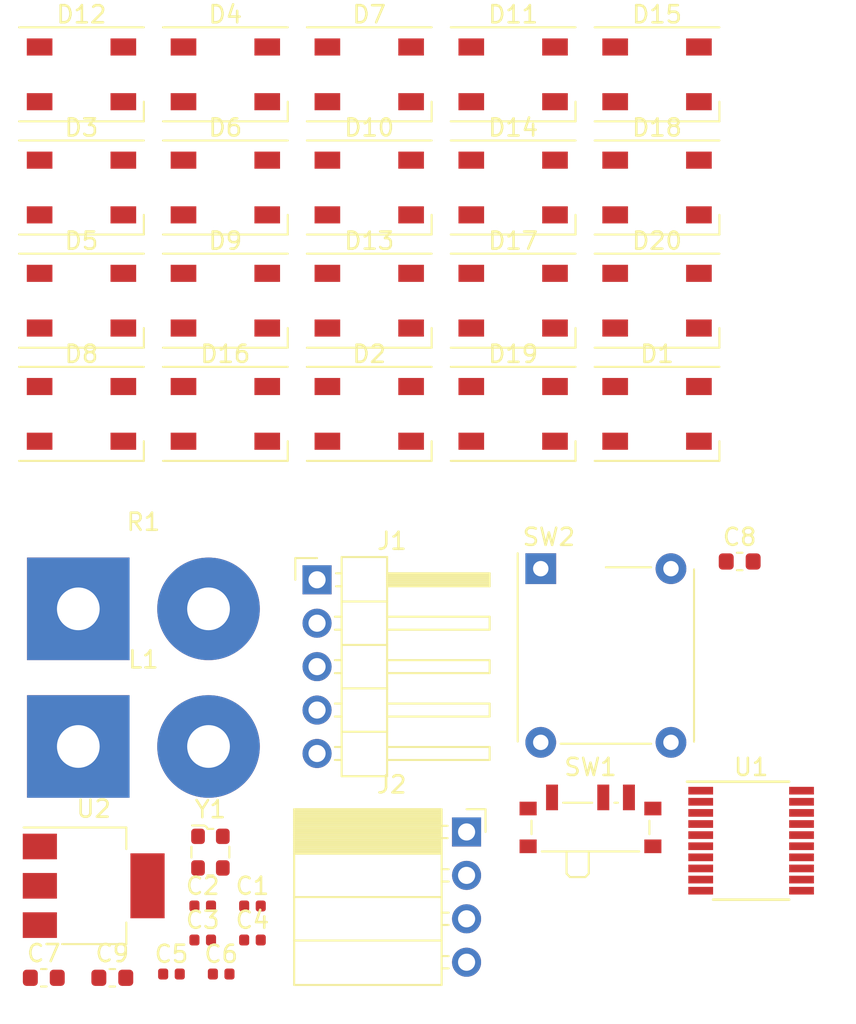
<source format=kicad_pcb>
(kicad_pcb (version 20171130) (host pcbnew 5.1.2)

  (general
    (thickness 1.6)
    (drawings 0)
    (tracks 0)
    (zones 0)
    (modules 38)
    (nets 44)
  )

  (page A4)
  (layers
    (0 F.Cu signal)
    (31 B.Cu signal)
    (32 B.Adhes user)
    (33 F.Adhes user)
    (34 B.Paste user)
    (35 F.Paste user)
    (36 B.SilkS user)
    (37 F.SilkS user)
    (38 B.Mask user)
    (39 F.Mask user)
    (40 Dwgs.User user)
    (41 Cmts.User user)
    (42 Eco1.User user)
    (43 Eco2.User user)
    (44 Edge.Cuts user)
    (45 Margin user)
    (46 B.CrtYd user)
    (47 F.CrtYd user)
    (48 B.Fab user)
    (49 F.Fab user)
  )

  (setup
    (last_trace_width 0.25)
    (trace_clearance 0.2)
    (zone_clearance 0.508)
    (zone_45_only no)
    (trace_min 0.2)
    (via_size 0.8)
    (via_drill 0.4)
    (via_min_size 0.4)
    (via_min_drill 0.3)
    (uvia_size 0.3)
    (uvia_drill 0.1)
    (uvias_allowed no)
    (uvia_min_size 0.2)
    (uvia_min_drill 0.1)
    (edge_width 0.05)
    (segment_width 0.2)
    (pcb_text_width 0.3)
    (pcb_text_size 1.5 1.5)
    (mod_edge_width 0.12)
    (mod_text_size 1 1)
    (mod_text_width 0.15)
    (pad_size 1.524 1.524)
    (pad_drill 0.762)
    (pad_to_mask_clearance 0.051)
    (solder_mask_min_width 0.25)
    (aux_axis_origin 0 0)
    (visible_elements FFFFFF7F)
    (pcbplotparams
      (layerselection 0x010fc_ffffffff)
      (usegerberextensions false)
      (usegerberattributes false)
      (usegerberadvancedattributes false)
      (creategerberjobfile false)
      (excludeedgelayer true)
      (linewidth 0.100000)
      (plotframeref false)
      (viasonmask false)
      (mode 1)
      (useauxorigin false)
      (hpglpennumber 1)
      (hpglpenspeed 20)
      (hpglpendiameter 15.000000)
      (psnegative false)
      (psa4output false)
      (plotreference true)
      (plotvalue true)
      (plotinvisibletext false)
      (padsonsilk false)
      (subtractmaskfromsilk false)
      (outputformat 1)
      (mirror false)
      (drillshape 1)
      (scaleselection 1)
      (outputdirectory ""))
  )

  (net 0 "")
  (net 1 GND)
  (net 2 "Net-(C1-Pad1)")
  (net 3 "Net-(C2-Pad1)")
  (net 4 "Net-(C3-Pad1)")
  (net 5 +3V3)
  (net 6 +5V)
  (net 7 "Net-(D1-Pad4)")
  (net 8 /digits/DATA_IN)
  (net 9 "Net-(D2-Pad4)")
  (net 10 "Net-(D19-Pad4)")
  (net 11 "Net-(D10-Pad1)")
  (net 12 "Net-(D3-Pad4)")
  (net 13 "Net-(D4-Pad4)")
  (net 14 "Net-(D5-Pad4)")
  (net 15 "Net-(D6-Pad4)")
  (net 16 "Net-(D7-Pad4)")
  (net 17 "Net-(D10-Pad2)")
  (net 18 "Net-(D11-Pad2)")
  (net 19 "Net-(D10-Pad4)")
  (net 20 "Net-(D11-Pad4)")
  (net 21 "Net-(D12-Pad4)")
  (net 22 "Net-(D13-Pad4)")
  (net 23 "Net-(D14-Pad4)")
  (net 24 "Net-(D15-Pad4)")
  (net 25 "Net-(D16-Pad4)")
  (net 26 "Net-(D17-Pad4)")
  (net 27 "Net-(D18-Pad4)")
  (net 28 /digits/DATA_OUT)
  (net 29 /CTS)
  (net 30 /TX)
  (net 31 /RX)
  (net 32 /RTS)
  (net 33 /SCL)
  (net 34 /SDA)
  (net 35 "Net-(R1-Pad2)")
  (net 36 "Net-(R1-Pad1)")
  (net 37 "Net-(U1-Pad20)")
  (net 38 "Net-(U1-Pad13)")
  (net 39 "Net-(U1-Pad11)")
  (net 40 "Net-(U1-Pad9)")
  (net 41 "Net-(U1-Pad8)")
  (net 42 "Net-(U1-Pad7)")
  (net 43 "Net-(U1-Pad6)")

  (net_class Default "Dies ist die voreingestellte Netzklasse."
    (clearance 0.2)
    (trace_width 0.25)
    (via_dia 0.8)
    (via_drill 0.4)
    (uvia_dia 0.3)
    (uvia_drill 0.1)
    (add_net +3V3)
    (add_net +5V)
    (add_net /CTS)
    (add_net /RTS)
    (add_net /RX)
    (add_net /SCL)
    (add_net /SDA)
    (add_net /TX)
    (add_net /digits/DATA_IN)
    (add_net /digits/DATA_OUT)
    (add_net GND)
    (add_net "Net-(C1-Pad1)")
    (add_net "Net-(C2-Pad1)")
    (add_net "Net-(C3-Pad1)")
    (add_net "Net-(D1-Pad4)")
    (add_net "Net-(D10-Pad1)")
    (add_net "Net-(D10-Pad2)")
    (add_net "Net-(D10-Pad4)")
    (add_net "Net-(D11-Pad2)")
    (add_net "Net-(D11-Pad4)")
    (add_net "Net-(D12-Pad4)")
    (add_net "Net-(D13-Pad4)")
    (add_net "Net-(D14-Pad4)")
    (add_net "Net-(D15-Pad4)")
    (add_net "Net-(D16-Pad4)")
    (add_net "Net-(D17-Pad4)")
    (add_net "Net-(D18-Pad4)")
    (add_net "Net-(D19-Pad4)")
    (add_net "Net-(D2-Pad4)")
    (add_net "Net-(D3-Pad4)")
    (add_net "Net-(D4-Pad4)")
    (add_net "Net-(D5-Pad4)")
    (add_net "Net-(D6-Pad4)")
    (add_net "Net-(D7-Pad4)")
    (add_net "Net-(R1-Pad1)")
    (add_net "Net-(R1-Pad2)")
    (add_net "Net-(U1-Pad11)")
    (add_net "Net-(U1-Pad13)")
    (add_net "Net-(U1-Pad20)")
    (add_net "Net-(U1-Pad6)")
    (add_net "Net-(U1-Pad7)")
    (add_net "Net-(U1-Pad8)")
    (add_net "Net-(U1-Pad9)")
  )

  (module Oscillator:Oscillator_SMD_ECS_2520MV-xxx-xx-4Pin_2.5x2.0mm (layer F.Cu) (tedit 5C2B7AE4) (tstamp 5DD20CEE)
    (at 57.23 84.48)
    (descr "Miniature Crystal Clock Oscillator ECS 2520MV series, https://www.ecsxtal.com/store/pdf/ECS-2520MV.pdf")
    (tags "Miniature Crystal Clock Oscillator ECS 2520MV series SMD SMT HCMOS")
    (path /5DC8CECF)
    (attr smd)
    (fp_text reference Y1 (at 0 -2.5) (layer F.SilkS)
      (effects (font (size 1 1) (thickness 0.15)))
    )
    (fp_text value 32KHz (at 0 2.5) (layer F.Fab)
      (effects (font (size 1 1) (thickness 0.15)))
    )
    (fp_arc (start -0.47 -1.24) (end -0.16 -1.36) (angle -53.13010235) (layer F.SilkS) (width 0.12))
    (fp_line (start -1.38 -1.63) (end 1.38 -1.63) (layer F.CrtYd) (width 0.05))
    (fp_line (start -1.38 -1.63) (end -1.38 1.63) (layer F.CrtYd) (width 0.05))
    (fp_line (start -1.38 1.63) (end 1.38 1.63) (layer F.CrtYd) (width 0.05))
    (fp_line (start 1.38 -1.63) (end 1.38 1.63) (layer F.CrtYd) (width 0.05))
    (fp_line (start -0.38 -1.56) (end -1.07 -1.56) (layer F.SilkS) (width 0.12))
    (fp_line (start -1.11 0.32) (end -1.11 -0.32) (layer F.SilkS) (width 0.12))
    (fp_line (start 1.11 0.32) (end 1.11 -0.32) (layer F.SilkS) (width 0.12))
    (fp_line (start -0.16 -1.36) (end 0.17 -1.36) (layer F.SilkS) (width 0.12))
    (fp_line (start -0.17 1.36) (end 0.17 1.36) (layer F.SilkS) (width 0.12))
    (fp_text user %R (at 0 0 90) (layer F.Fab)
      (effects (font (size 0.5 0.5) (thickness 0.075)))
    )
    (fp_line (start -1 -0.75) (end -0.5 -1.25) (layer F.Fab) (width 0.1))
    (fp_line (start -1 1.25) (end 1 1.25) (layer F.Fab) (width 0.1))
    (fp_line (start -0.5 -1.25) (end 1 -1.25) (layer F.Fab) (width 0.1))
    (fp_line (start 1 -1.25) (end 1 1.25) (layer F.Fab) (width 0.1))
    (fp_line (start -1 -0.75) (end -1 1.25) (layer F.Fab) (width 0.1))
    (pad 3 smd roundrect (at 0.725 0.925) (size 0.8 0.9) (layers F.Cu F.Paste F.Mask) (roundrect_rratio 0.25))
    (pad 2 smd roundrect (at -0.725 0.925) (size 0.8 0.9) (layers F.Cu F.Paste F.Mask) (roundrect_rratio 0.25)
      (net 3 "Net-(C2-Pad1)"))
    (pad 4 smd roundrect (at 0.725 -0.925) (size 0.8 0.9) (layers F.Cu F.Paste F.Mask) (roundrect_rratio 0.25))
    (pad 1 smd roundrect (at -0.725 -0.925) (size 0.8 0.9) (layers F.Cu F.Paste F.Mask) (roundrect_rratio 0.25)
      (net 2 "Net-(C1-Pad1)"))
    (model ${KISYS3DMOD}/Oscillator.3dshapes/Oscillator_SMD_ECS_2520MV-xxx-xx-4Pin_2.5x2.0mm.wrl
      (at (xyz 0 0 0))
      (scale (xyz 1 1 1))
      (rotate (xyz 0 0 0))
    )
  )

  (module Package_TO_SOT_SMD:SOT-223-3_TabPin2 (layer F.Cu) (tedit 5A02FF57) (tstamp 5DD20C64)
    (at 50.4 86.45)
    (descr "module CMS SOT223 4 pins")
    (tags "CMS SOT")
    (path /5DC94C79)
    (attr smd)
    (fp_text reference U2 (at 0 -4.5) (layer F.SilkS)
      (effects (font (size 1 1) (thickness 0.15)))
    )
    (fp_text value AP7361C-33E (at 0 4.5) (layer F.Fab)
      (effects (font (size 1 1) (thickness 0.15)))
    )
    (fp_line (start 1.85 -3.35) (end 1.85 3.35) (layer F.Fab) (width 0.1))
    (fp_line (start -1.85 3.35) (end 1.85 3.35) (layer F.Fab) (width 0.1))
    (fp_line (start -4.1 -3.41) (end 1.91 -3.41) (layer F.SilkS) (width 0.12))
    (fp_line (start -0.85 -3.35) (end 1.85 -3.35) (layer F.Fab) (width 0.1))
    (fp_line (start -1.85 3.41) (end 1.91 3.41) (layer F.SilkS) (width 0.12))
    (fp_line (start -1.85 -2.35) (end -1.85 3.35) (layer F.Fab) (width 0.1))
    (fp_line (start -1.85 -2.35) (end -0.85 -3.35) (layer F.Fab) (width 0.1))
    (fp_line (start -4.4 -3.6) (end -4.4 3.6) (layer F.CrtYd) (width 0.05))
    (fp_line (start -4.4 3.6) (end 4.4 3.6) (layer F.CrtYd) (width 0.05))
    (fp_line (start 4.4 3.6) (end 4.4 -3.6) (layer F.CrtYd) (width 0.05))
    (fp_line (start 4.4 -3.6) (end -4.4 -3.6) (layer F.CrtYd) (width 0.05))
    (fp_line (start 1.91 -3.41) (end 1.91 -2.15) (layer F.SilkS) (width 0.12))
    (fp_line (start 1.91 3.41) (end 1.91 2.15) (layer F.SilkS) (width 0.12))
    (fp_text user %R (at 0 0 90) (layer F.Fab)
      (effects (font (size 0.8 0.8) (thickness 0.12)))
    )
    (pad 1 smd rect (at -3.15 -2.3) (size 2 1.5) (layers F.Cu F.Paste F.Mask)
      (net 6 +5V))
    (pad 3 smd rect (at -3.15 2.3) (size 2 1.5) (layers F.Cu F.Paste F.Mask)
      (net 5 +3V3))
    (pad 2 smd rect (at -3.15 0) (size 2 1.5) (layers F.Cu F.Paste F.Mask)
      (net 1 GND))
    (pad 2 smd rect (at 3.15 0) (size 2 3.8) (layers F.Cu F.Paste F.Mask)
      (net 1 GND))
    (model ${KISYS3DMOD}/Package_TO_SOT_SMD.3dshapes/SOT-223.wrl
      (at (xyz 0 0 0))
      (scale (xyz 1 1 1))
      (rotate (xyz 0 0 0))
    )
  )

  (module Package_SO:TSSOP-20_4.4x6.5mm_P0.65mm (layer F.Cu) (tedit 5A02F25C) (tstamp 5DD20B5A)
    (at 88.87 83.81)
    (descr "20-Lead Plastic Thin Shrink Small Outline (ST)-4.4 mm Body [TSSOP] (see Microchip Packaging Specification 00000049BS.pdf)")
    (tags "SSOP 0.65")
    (path /5DC768DE)
    (attr smd)
    (fp_text reference U1 (at 0 -4.3) (layer F.SilkS)
      (effects (font (size 1 1) (thickness 0.15)))
    )
    (fp_text value STM32L011F4Px (at 0 4.3) (layer F.Fab)
      (effects (font (size 1 1) (thickness 0.15)))
    )
    (fp_text user %R (at 0 0) (layer F.Fab)
      (effects (font (size 0.8 0.8) (thickness 0.15)))
    )
    (fp_line (start -3.75 -3.45) (end 2.225 -3.45) (layer F.SilkS) (width 0.15))
    (fp_line (start -2.225 3.45) (end 2.225 3.45) (layer F.SilkS) (width 0.15))
    (fp_line (start -3.95 3.55) (end 3.95 3.55) (layer F.CrtYd) (width 0.05))
    (fp_line (start -3.95 -3.55) (end 3.95 -3.55) (layer F.CrtYd) (width 0.05))
    (fp_line (start 3.95 -3.55) (end 3.95 3.55) (layer F.CrtYd) (width 0.05))
    (fp_line (start -3.95 -3.55) (end -3.95 3.55) (layer F.CrtYd) (width 0.05))
    (fp_line (start -2.2 -2.25) (end -1.2 -3.25) (layer F.Fab) (width 0.15))
    (fp_line (start -2.2 3.25) (end -2.2 -2.25) (layer F.Fab) (width 0.15))
    (fp_line (start 2.2 3.25) (end -2.2 3.25) (layer F.Fab) (width 0.15))
    (fp_line (start 2.2 -3.25) (end 2.2 3.25) (layer F.Fab) (width 0.15))
    (fp_line (start -1.2 -3.25) (end 2.2 -3.25) (layer F.Fab) (width 0.15))
    (pad 20 smd rect (at 2.95 -2.925) (size 1.45 0.45) (layers F.Cu F.Paste F.Mask)
      (net 37 "Net-(U1-Pad20)"))
    (pad 19 smd rect (at 2.95 -2.275) (size 1.45 0.45) (layers F.Cu F.Paste F.Mask)
      (net 34 /SDA))
    (pad 18 smd rect (at 2.95 -1.625) (size 1.45 0.45) (layers F.Cu F.Paste F.Mask)
      (net 31 /RX))
    (pad 17 smd rect (at 2.95 -0.975) (size 1.45 0.45) (layers F.Cu F.Paste F.Mask)
      (net 30 /TX))
    (pad 16 smd rect (at 2.95 -0.325) (size 1.45 0.45) (layers F.Cu F.Paste F.Mask)
      (net 5 +3V3))
    (pad 15 smd rect (at 2.95 0.325) (size 1.45 0.45) (layers F.Cu F.Paste F.Mask)
      (net 1 GND))
    (pad 14 smd rect (at 2.95 0.975) (size 1.45 0.45) (layers F.Cu F.Paste F.Mask)
      (net 32 /RTS))
    (pad 13 smd rect (at 2.95 1.625) (size 1.45 0.45) (layers F.Cu F.Paste F.Mask)
      (net 38 "Net-(U1-Pad13)"))
    (pad 12 smd rect (at 2.95 2.275) (size 1.45 0.45) (layers F.Cu F.Paste F.Mask)
      (net 29 /CTS))
    (pad 11 smd rect (at 2.95 2.925) (size 1.45 0.45) (layers F.Cu F.Paste F.Mask)
      (net 39 "Net-(U1-Pad11)"))
    (pad 10 smd rect (at -2.95 2.925) (size 1.45 0.45) (layers F.Cu F.Paste F.Mask)
      (net 33 /SCL))
    (pad 9 smd rect (at -2.95 2.275) (size 1.45 0.45) (layers F.Cu F.Paste F.Mask)
      (net 40 "Net-(U1-Pad9)"))
    (pad 8 smd rect (at -2.95 1.625) (size 1.45 0.45) (layers F.Cu F.Paste F.Mask)
      (net 41 "Net-(U1-Pad8)"))
    (pad 7 smd rect (at -2.95 0.975) (size 1.45 0.45) (layers F.Cu F.Paste F.Mask)
      (net 42 "Net-(U1-Pad7)"))
    (pad 6 smd rect (at -2.95 0.325) (size 1.45 0.45) (layers F.Cu F.Paste F.Mask)
      (net 43 "Net-(U1-Pad6)"))
    (pad 5 smd rect (at -2.95 -0.325) (size 1.45 0.45) (layers F.Cu F.Paste F.Mask)
      (net 5 +3V3))
    (pad 4 smd rect (at -2.95 -0.975) (size 1.45 0.45) (layers F.Cu F.Paste F.Mask)
      (net 4 "Net-(C3-Pad1)"))
    (pad 3 smd rect (at -2.95 -1.625) (size 1.45 0.45) (layers F.Cu F.Paste F.Mask)
      (net 3 "Net-(C2-Pad1)"))
    (pad 2 smd rect (at -2.95 -2.275) (size 1.45 0.45) (layers F.Cu F.Paste F.Mask)
      (net 2 "Net-(C1-Pad1)"))
    (pad 1 smd rect (at -2.95 -2.925) (size 1.45 0.45) (layers F.Cu F.Paste F.Mask)
      (net 36 "Net-(R1-Pad1)"))
    (model ${KISYS3DMOD}/Package_SO.3dshapes/TSSOP-20_4.4x6.5mm_P0.65mm.wrl
      (at (xyz 0 0 0))
      (scale (xyz 1 1 1))
      (rotate (xyz 0 0 0))
    )
  )

  (module Button_Switch_THT:SW_MEC_5GTH9 (layer F.Cu) (tedit 5B8669AC) (tstamp 5DD2098C)
    (at 76.56 67.9)
    (descr "MEC 5G single pole normally-open tactile switch https://cdn.sos.sk/productdata/80/f6/aabf7be6/5gth9358222.pdf")
    (tags "switch normally-open pushbutton push-button")
    (path /5DC9179C)
    (fp_text reference SW2 (at 0.475 -1.85 180) (layer F.SilkS)
      (effects (font (size 1 1) (thickness 0.15)))
    )
    (fp_text value SW_Push (at 3.8 13 180) (layer F.Fab)
      (effects (font (size 1 1) (thickness 0.15)))
    )
    (fp_line (start -0.24 0.03) (end -1.24 1.03) (layer F.Fab) (width 0.1))
    (fp_line (start -1.35 -0.9) (end -1.35 10.11) (layer F.SilkS) (width 0.12))
    (fp_line (start 8.86 10.13) (end -1.240004 10.13) (layer F.Fab) (width 0.1))
    (fp_line (start 8.86 0.03) (end 8.86 10.13) (layer F.Fab) (width 0.1))
    (fp_line (start -0.24 0.03) (end 8.86 0.03) (layer F.Fab) (width 0.1))
    (fp_line (start -1.24 10.13) (end -1.24 1.03) (layer F.Fab) (width 0.1))
    (fp_text user %R (at 3.76 5.03 180) (layer F.Fab)
      (effects (font (size 1 1) (thickness 0.15)))
    )
    (fp_line (start 6.46 -0.08) (end 3.81 -0.08) (layer F.SilkS) (width 0.12))
    (fp_line (start 1.16 10.24) (end 6.46 10.24) (layer F.SilkS) (width 0.12))
    (fp_line (start 8.97 0.04) (end 8.97 10.12) (layer F.SilkS) (width 0.12))
    (fp_line (start -1.49 11.3) (end -1.49 -1.15) (layer F.CrtYd) (width 0.05))
    (fp_line (start 9.11 11.31) (end -1.49 11.31) (layer F.CrtYd) (width 0.05))
    (fp_line (start 9.11 -1.15) (end 9.11 11.31) (layer F.CrtYd) (width 0.05))
    (fp_line (start -1.49 -1.15) (end 9.11 -1.15) (layer F.CrtYd) (width 0.05))
    (pad 1 thru_hole circle (at 0 10.16 90) (size 1.8 1.8) (drill 0.9) (layers *.Cu *.Mask)
      (net 1 GND))
    (pad 1 thru_hole rect (at 0 0 90) (size 1.8 1.8) (drill 0.9) (layers *.Cu *.Mask)
      (net 1 GND))
    (pad 2 thru_hole circle (at 7.62 10.16 90) (size 1.8 1.8) (drill 0.9) (layers *.Cu *.Mask)
      (net 4 "Net-(C3-Pad1)"))
    (pad 2 thru_hole circle (at 7.62 0 90) (size 1.8 1.8) (drill 0.9) (layers *.Cu *.Mask)
      (net 4 "Net-(C3-Pad1)"))
    (model ${KISYS3DMOD}/Button_Switch_THT.3dshapes/SW_MEC_5GTH9.wrl
      (at (xyz 0 0 0))
      (scale (xyz 1 1 1))
      (rotate (xyz 0 0 0))
    )
  )

  (module Button_Switch_SMD:SW_SPDT_PCM12 (layer F.Cu) (tedit 5A02FC95) (tstamp 5DD208CE)
    (at 79.47 82.71)
    (descr "Ultraminiature Surface Mount Slide Switch")
    (path /5DC7C576)
    (attr smd)
    (fp_text reference SW1 (at 0 -3.2) (layer F.SilkS)
      (effects (font (size 1 1) (thickness 0.15)))
    )
    (fp_text value SW_SPDT (at 0 4.25) (layer F.Fab)
      (effects (font (size 1 1) (thickness 0.15)))
    )
    (fp_line (start 3.45 0.72) (end 3.45 -0.07) (layer F.SilkS) (width 0.12))
    (fp_line (start -3.45 -0.07) (end -3.45 0.72) (layer F.SilkS) (width 0.12))
    (fp_line (start -1.6 -1.12) (end 0.1 -1.12) (layer F.SilkS) (width 0.12))
    (fp_line (start -2.85 1.73) (end 2.85 1.73) (layer F.SilkS) (width 0.12))
    (fp_line (start -0.1 3.02) (end -0.1 1.73) (layer F.SilkS) (width 0.12))
    (fp_line (start -1.2 3.23) (end -0.3 3.23) (layer F.SilkS) (width 0.12))
    (fp_line (start -1.4 1.73) (end -1.4 3.02) (layer F.SilkS) (width 0.12))
    (fp_line (start -0.1 3.02) (end -0.3 3.23) (layer F.SilkS) (width 0.12))
    (fp_line (start -1.4 3.02) (end -1.2 3.23) (layer F.SilkS) (width 0.12))
    (fp_line (start -4.4 2.1) (end -4.4 -2.45) (layer F.CrtYd) (width 0.05))
    (fp_line (start -1.65 2.1) (end -4.4 2.1) (layer F.CrtYd) (width 0.05))
    (fp_line (start -1.65 3.4) (end -1.65 2.1) (layer F.CrtYd) (width 0.05))
    (fp_line (start 1.65 3.4) (end -1.65 3.4) (layer F.CrtYd) (width 0.05))
    (fp_line (start 1.65 2.1) (end 1.65 3.4) (layer F.CrtYd) (width 0.05))
    (fp_line (start 4.4 2.1) (end 1.65 2.1) (layer F.CrtYd) (width 0.05))
    (fp_line (start 4.4 -2.45) (end 4.4 2.1) (layer F.CrtYd) (width 0.05))
    (fp_line (start -4.4 -2.45) (end 4.4 -2.45) (layer F.CrtYd) (width 0.05))
    (fp_line (start 1.4 -1.12) (end 1.6 -1.12) (layer F.SilkS) (width 0.12))
    (fp_line (start 3.35 -1) (end -3.35 -1) (layer F.Fab) (width 0.1))
    (fp_line (start 3.35 1.6) (end 3.35 -1) (layer F.Fab) (width 0.1))
    (fp_line (start -3.35 1.6) (end 3.35 1.6) (layer F.Fab) (width 0.1))
    (fp_line (start -3.35 -1) (end -3.35 1.6) (layer F.Fab) (width 0.1))
    (fp_line (start -0.1 2.9) (end -0.1 1.6) (layer F.Fab) (width 0.1))
    (fp_line (start -0.15 2.95) (end -0.1 2.9) (layer F.Fab) (width 0.1))
    (fp_line (start -0.35 3.15) (end -0.15 2.95) (layer F.Fab) (width 0.1))
    (fp_line (start -1.2 3.15) (end -0.35 3.15) (layer F.Fab) (width 0.1))
    (fp_line (start -1.4 2.95) (end -1.2 3.15) (layer F.Fab) (width 0.1))
    (fp_line (start -1.4 1.65) (end -1.4 2.95) (layer F.Fab) (width 0.1))
    (fp_text user %R (at 0 -3.2) (layer F.Fab)
      (effects (font (size 1 1) (thickness 0.15)))
    )
    (pad "" smd rect (at -3.65 -0.78) (size 1 0.8) (layers F.Cu F.Paste F.Mask))
    (pad "" smd rect (at 3.65 -0.78) (size 1 0.8) (layers F.Cu F.Paste F.Mask))
    (pad "" smd rect (at 3.65 1.43) (size 1 0.8) (layers F.Cu F.Paste F.Mask))
    (pad "" smd rect (at -3.65 1.43) (size 1 0.8) (layers F.Cu F.Paste F.Mask))
    (pad 3 smd rect (at 2.25 -1.43) (size 0.7 1.5) (layers F.Cu F.Paste F.Mask)
      (net 1 GND))
    (pad 2 smd rect (at 0.75 -1.43) (size 0.7 1.5) (layers F.Cu F.Paste F.Mask)
      (net 35 "Net-(R1-Pad2)"))
    (pad 1 smd rect (at -2.25 -1.43) (size 0.7 1.5) (layers F.Cu F.Paste F.Mask)
      (net 5 +3V3))
    (pad "" np_thru_hole circle (at 1.5 0.33) (size 0.9 0.9) (drill 0.9) (layers *.Cu *.Mask))
    (pad "" np_thru_hole circle (at -1.5 0.33) (size 0.9 0.9) (drill 0.9) (layers *.Cu *.Mask))
    (model ${KISYS3DMOD}/Button_Switch_SMD.3dshapes/SW_SPDT_PCM12.wrl
      (at (xyz 0 0 0))
      (scale (xyz 1 1 1))
      (rotate (xyz 0 0 0))
    )
  )

  (module Connector_Wire:SolderWirePad_1x02_P7.62mm_Drill2.5mm (layer F.Cu) (tedit 5AEE5F2F) (tstamp 5DD2078E)
    (at 49.5 70.25)
    (descr "Wire solder connection")
    (tags connector)
    (path /5DC806BB)
    (attr virtual)
    (fp_text reference R1 (at 3.81 -5.08) (layer F.SilkS)
      (effects (font (size 1 1) (thickness 0.15)))
    )
    (fp_text value R (at 3.81 4.445) (layer F.Fab)
      (effects (font (size 1 1) (thickness 0.15)))
    )
    (fp_line (start 11.12 3.5) (end -3.5 3.5) (layer F.CrtYd) (width 0.05))
    (fp_line (start 11.12 3.5) (end 11.12 -3.5) (layer F.CrtYd) (width 0.05))
    (fp_line (start -3.5 -3.5) (end -3.5 3.5) (layer F.CrtYd) (width 0.05))
    (fp_line (start -3.5 -3.5) (end 11.12 -3.5) (layer F.CrtYd) (width 0.05))
    (fp_text user %R (at 3.81 0) (layer F.Fab)
      (effects (font (size 1 1) (thickness 0.15)))
    )
    (pad 2 thru_hole circle (at 7.62 0) (size 5.99948 5.99948) (drill 2.49936) (layers *.Cu *.Mask)
      (net 35 "Net-(R1-Pad2)"))
    (pad 1 thru_hole rect (at 0 0) (size 5.99948 5.99948) (drill 2.49936) (layers *.Cu *.Mask)
      (net 36 "Net-(R1-Pad1)"))
  )

  (module Connector_Wire:SolderWirePad_1x02_P7.62mm_Drill2.5mm (layer F.Cu) (tedit 5AEE5F2F) (tstamp 5DD20745)
    (at 49.5 78.3)
    (descr "Wire solder connection")
    (tags connector)
    (path /5DC87DBA)
    (attr virtual)
    (fp_text reference L1 (at 3.81 -5.08) (layer F.SilkS)
      (effects (font (size 1 1) (thickness 0.15)))
    )
    (fp_text value L (at 3.81 4.445) (layer F.Fab)
      (effects (font (size 1 1) (thickness 0.15)))
    )
    (fp_line (start 11.12 3.5) (end -3.5 3.5) (layer F.CrtYd) (width 0.05))
    (fp_line (start 11.12 3.5) (end 11.12 -3.5) (layer F.CrtYd) (width 0.05))
    (fp_line (start -3.5 -3.5) (end -3.5 3.5) (layer F.CrtYd) (width 0.05))
    (fp_line (start -3.5 -3.5) (end 11.12 -3.5) (layer F.CrtYd) (width 0.05))
    (fp_text user %R (at 3.81 0) (layer F.Fab)
      (effects (font (size 1 1) (thickness 0.15)))
    )
    (pad 2 thru_hole circle (at 7.62 0) (size 5.99948 5.99948) (drill 2.49936) (layers *.Cu *.Mask)
      (net 5 +3V3))
    (pad 1 thru_hole rect (at 0 0) (size 5.99948 5.99948) (drill 2.49936) (layers *.Cu *.Mask)
      (net 5 +3V3))
  )

  (module Connector_PinSocket_2.54mm:PinSocket_1x04_P2.54mm_Horizontal (layer F.Cu) (tedit 5A19A424) (tstamp 5DD206FC)
    (at 72.22 83.3)
    (descr "Through hole angled socket strip, 1x04, 2.54mm pitch, 8.51mm socket length, single row (from Kicad 4.0.7), script generated")
    (tags "Through hole angled socket strip THT 1x04 2.54mm single row")
    (path /5DD27D5D)
    (fp_text reference J2 (at -4.38 -2.77) (layer F.SilkS)
      (effects (font (size 1 1) (thickness 0.15)))
    )
    (fp_text value Conn_01x04_Female (at -4.38 10.39) (layer F.Fab)
      (effects (font (size 1 1) (thickness 0.15)))
    )
    (fp_text user %R (at -5.775 3.81 90) (layer F.Fab)
      (effects (font (size 1 1) (thickness 0.15)))
    )
    (fp_line (start 1.75 9.45) (end 1.75 -1.75) (layer F.CrtYd) (width 0.05))
    (fp_line (start -10.55 9.45) (end 1.75 9.45) (layer F.CrtYd) (width 0.05))
    (fp_line (start -10.55 -1.75) (end -10.55 9.45) (layer F.CrtYd) (width 0.05))
    (fp_line (start 1.75 -1.75) (end -10.55 -1.75) (layer F.CrtYd) (width 0.05))
    (fp_line (start 0 -1.33) (end 1.11 -1.33) (layer F.SilkS) (width 0.12))
    (fp_line (start 1.11 -1.33) (end 1.11 0) (layer F.SilkS) (width 0.12))
    (fp_line (start -10.09 -1.33) (end -10.09 8.95) (layer F.SilkS) (width 0.12))
    (fp_line (start -10.09 8.95) (end -1.46 8.95) (layer F.SilkS) (width 0.12))
    (fp_line (start -1.46 -1.33) (end -1.46 8.95) (layer F.SilkS) (width 0.12))
    (fp_line (start -10.09 -1.33) (end -1.46 -1.33) (layer F.SilkS) (width 0.12))
    (fp_line (start -10.09 6.35) (end -1.46 6.35) (layer F.SilkS) (width 0.12))
    (fp_line (start -10.09 3.81) (end -1.46 3.81) (layer F.SilkS) (width 0.12))
    (fp_line (start -10.09 1.27) (end -1.46 1.27) (layer F.SilkS) (width 0.12))
    (fp_line (start -1.46 7.98) (end -1.05 7.98) (layer F.SilkS) (width 0.12))
    (fp_line (start -1.46 7.26) (end -1.05 7.26) (layer F.SilkS) (width 0.12))
    (fp_line (start -1.46 5.44) (end -1.05 5.44) (layer F.SilkS) (width 0.12))
    (fp_line (start -1.46 4.72) (end -1.05 4.72) (layer F.SilkS) (width 0.12))
    (fp_line (start -1.46 2.9) (end -1.05 2.9) (layer F.SilkS) (width 0.12))
    (fp_line (start -1.46 2.18) (end -1.05 2.18) (layer F.SilkS) (width 0.12))
    (fp_line (start -1.46 0.36) (end -1.11 0.36) (layer F.SilkS) (width 0.12))
    (fp_line (start -1.46 -0.36) (end -1.11 -0.36) (layer F.SilkS) (width 0.12))
    (fp_line (start -10.09 1.1519) (end -1.46 1.1519) (layer F.SilkS) (width 0.12))
    (fp_line (start -10.09 1.033805) (end -1.46 1.033805) (layer F.SilkS) (width 0.12))
    (fp_line (start -10.09 0.91571) (end -1.46 0.91571) (layer F.SilkS) (width 0.12))
    (fp_line (start -10.09 0.797615) (end -1.46 0.797615) (layer F.SilkS) (width 0.12))
    (fp_line (start -10.09 0.67952) (end -1.46 0.67952) (layer F.SilkS) (width 0.12))
    (fp_line (start -10.09 0.561425) (end -1.46 0.561425) (layer F.SilkS) (width 0.12))
    (fp_line (start -10.09 0.44333) (end -1.46 0.44333) (layer F.SilkS) (width 0.12))
    (fp_line (start -10.09 0.325235) (end -1.46 0.325235) (layer F.SilkS) (width 0.12))
    (fp_line (start -10.09 0.20714) (end -1.46 0.20714) (layer F.SilkS) (width 0.12))
    (fp_line (start -10.09 0.089045) (end -1.46 0.089045) (layer F.SilkS) (width 0.12))
    (fp_line (start -10.09 -0.02905) (end -1.46 -0.02905) (layer F.SilkS) (width 0.12))
    (fp_line (start -10.09 -0.147145) (end -1.46 -0.147145) (layer F.SilkS) (width 0.12))
    (fp_line (start -10.09 -0.26524) (end -1.46 -0.26524) (layer F.SilkS) (width 0.12))
    (fp_line (start -10.09 -0.383335) (end -1.46 -0.383335) (layer F.SilkS) (width 0.12))
    (fp_line (start -10.09 -0.50143) (end -1.46 -0.50143) (layer F.SilkS) (width 0.12))
    (fp_line (start -10.09 -0.619525) (end -1.46 -0.619525) (layer F.SilkS) (width 0.12))
    (fp_line (start -10.09 -0.73762) (end -1.46 -0.73762) (layer F.SilkS) (width 0.12))
    (fp_line (start -10.09 -0.855715) (end -1.46 -0.855715) (layer F.SilkS) (width 0.12))
    (fp_line (start -10.09 -0.97381) (end -1.46 -0.97381) (layer F.SilkS) (width 0.12))
    (fp_line (start -10.09 -1.091905) (end -1.46 -1.091905) (layer F.SilkS) (width 0.12))
    (fp_line (start -10.09 -1.21) (end -1.46 -1.21) (layer F.SilkS) (width 0.12))
    (fp_line (start 0 7.92) (end 0 7.32) (layer F.Fab) (width 0.1))
    (fp_line (start -1.52 7.92) (end 0 7.92) (layer F.Fab) (width 0.1))
    (fp_line (start 0 7.32) (end -1.52 7.32) (layer F.Fab) (width 0.1))
    (fp_line (start 0 5.38) (end 0 4.78) (layer F.Fab) (width 0.1))
    (fp_line (start -1.52 5.38) (end 0 5.38) (layer F.Fab) (width 0.1))
    (fp_line (start 0 4.78) (end -1.52 4.78) (layer F.Fab) (width 0.1))
    (fp_line (start 0 2.84) (end 0 2.24) (layer F.Fab) (width 0.1))
    (fp_line (start -1.52 2.84) (end 0 2.84) (layer F.Fab) (width 0.1))
    (fp_line (start 0 2.24) (end -1.52 2.24) (layer F.Fab) (width 0.1))
    (fp_line (start 0 0.3) (end 0 -0.3) (layer F.Fab) (width 0.1))
    (fp_line (start -1.52 0.3) (end 0 0.3) (layer F.Fab) (width 0.1))
    (fp_line (start 0 -0.3) (end -1.52 -0.3) (layer F.Fab) (width 0.1))
    (fp_line (start -10.03 8.89) (end -10.03 -1.27) (layer F.Fab) (width 0.1))
    (fp_line (start -1.52 8.89) (end -10.03 8.89) (layer F.Fab) (width 0.1))
    (fp_line (start -1.52 -0.3) (end -1.52 8.89) (layer F.Fab) (width 0.1))
    (fp_line (start -2.49 -1.27) (end -1.52 -0.3) (layer F.Fab) (width 0.1))
    (fp_line (start -10.03 -1.27) (end -2.49 -1.27) (layer F.Fab) (width 0.1))
    (pad 4 thru_hole oval (at 0 7.62) (size 1.7 1.7) (drill 1) (layers *.Cu *.Mask)
      (net 6 +5V))
    (pad 3 thru_hole oval (at 0 5.08) (size 1.7 1.7) (drill 1) (layers *.Cu *.Mask)
      (net 33 /SCL))
    (pad 2 thru_hole oval (at 0 2.54) (size 1.7 1.7) (drill 1) (layers *.Cu *.Mask)
      (net 34 /SDA))
    (pad 1 thru_hole rect (at 0 0) (size 1.7 1.7) (drill 1) (layers *.Cu *.Mask)
      (net 1 GND))
    (model ${KISYS3DMOD}/Connector_PinSocket_2.54mm.3dshapes/PinSocket_1x04_P2.54mm_Horizontal.wrl
      (at (xyz 0 0 0))
      (scale (xyz 1 1 1))
      (rotate (xyz 0 0 0))
    )
  )

  (module Connector_PinHeader_2.54mm:PinHeader_1x05_P2.54mm_Horizontal (layer F.Cu) (tedit 59FED5CB) (tstamp 5DD2048C)
    (at 63.47 68.55)
    (descr "Through hole angled pin header, 1x05, 2.54mm pitch, 6mm pin length, single row")
    (tags "Through hole angled pin header THT 1x05 2.54mm single row")
    (path /5DCAFFC9)
    (fp_text reference J1 (at 4.385 -2.27) (layer F.SilkS)
      (effects (font (size 1 1) (thickness 0.15)))
    )
    (fp_text value Conn_01x05_Male (at 4.385 12.43) (layer F.Fab)
      (effects (font (size 1 1) (thickness 0.15)))
    )
    (fp_text user %R (at 2.77 5.08 90) (layer F.Fab)
      (effects (font (size 1 1) (thickness 0.15)))
    )
    (fp_line (start 10.55 -1.8) (end -1.8 -1.8) (layer F.CrtYd) (width 0.05))
    (fp_line (start 10.55 11.95) (end 10.55 -1.8) (layer F.CrtYd) (width 0.05))
    (fp_line (start -1.8 11.95) (end 10.55 11.95) (layer F.CrtYd) (width 0.05))
    (fp_line (start -1.8 -1.8) (end -1.8 11.95) (layer F.CrtYd) (width 0.05))
    (fp_line (start -1.27 -1.27) (end 0 -1.27) (layer F.SilkS) (width 0.12))
    (fp_line (start -1.27 0) (end -1.27 -1.27) (layer F.SilkS) (width 0.12))
    (fp_line (start 1.042929 10.54) (end 1.44 10.54) (layer F.SilkS) (width 0.12))
    (fp_line (start 1.042929 9.78) (end 1.44 9.78) (layer F.SilkS) (width 0.12))
    (fp_line (start 10.1 10.54) (end 4.1 10.54) (layer F.SilkS) (width 0.12))
    (fp_line (start 10.1 9.78) (end 10.1 10.54) (layer F.SilkS) (width 0.12))
    (fp_line (start 4.1 9.78) (end 10.1 9.78) (layer F.SilkS) (width 0.12))
    (fp_line (start 1.44 8.89) (end 4.1 8.89) (layer F.SilkS) (width 0.12))
    (fp_line (start 1.042929 8) (end 1.44 8) (layer F.SilkS) (width 0.12))
    (fp_line (start 1.042929 7.24) (end 1.44 7.24) (layer F.SilkS) (width 0.12))
    (fp_line (start 10.1 8) (end 4.1 8) (layer F.SilkS) (width 0.12))
    (fp_line (start 10.1 7.24) (end 10.1 8) (layer F.SilkS) (width 0.12))
    (fp_line (start 4.1 7.24) (end 10.1 7.24) (layer F.SilkS) (width 0.12))
    (fp_line (start 1.44 6.35) (end 4.1 6.35) (layer F.SilkS) (width 0.12))
    (fp_line (start 1.042929 5.46) (end 1.44 5.46) (layer F.SilkS) (width 0.12))
    (fp_line (start 1.042929 4.7) (end 1.44 4.7) (layer F.SilkS) (width 0.12))
    (fp_line (start 10.1 5.46) (end 4.1 5.46) (layer F.SilkS) (width 0.12))
    (fp_line (start 10.1 4.7) (end 10.1 5.46) (layer F.SilkS) (width 0.12))
    (fp_line (start 4.1 4.7) (end 10.1 4.7) (layer F.SilkS) (width 0.12))
    (fp_line (start 1.44 3.81) (end 4.1 3.81) (layer F.SilkS) (width 0.12))
    (fp_line (start 1.042929 2.92) (end 1.44 2.92) (layer F.SilkS) (width 0.12))
    (fp_line (start 1.042929 2.16) (end 1.44 2.16) (layer F.SilkS) (width 0.12))
    (fp_line (start 10.1 2.92) (end 4.1 2.92) (layer F.SilkS) (width 0.12))
    (fp_line (start 10.1 2.16) (end 10.1 2.92) (layer F.SilkS) (width 0.12))
    (fp_line (start 4.1 2.16) (end 10.1 2.16) (layer F.SilkS) (width 0.12))
    (fp_line (start 1.44 1.27) (end 4.1 1.27) (layer F.SilkS) (width 0.12))
    (fp_line (start 1.11 0.38) (end 1.44 0.38) (layer F.SilkS) (width 0.12))
    (fp_line (start 1.11 -0.38) (end 1.44 -0.38) (layer F.SilkS) (width 0.12))
    (fp_line (start 4.1 0.28) (end 10.1 0.28) (layer F.SilkS) (width 0.12))
    (fp_line (start 4.1 0.16) (end 10.1 0.16) (layer F.SilkS) (width 0.12))
    (fp_line (start 4.1 0.04) (end 10.1 0.04) (layer F.SilkS) (width 0.12))
    (fp_line (start 4.1 -0.08) (end 10.1 -0.08) (layer F.SilkS) (width 0.12))
    (fp_line (start 4.1 -0.2) (end 10.1 -0.2) (layer F.SilkS) (width 0.12))
    (fp_line (start 4.1 -0.32) (end 10.1 -0.32) (layer F.SilkS) (width 0.12))
    (fp_line (start 10.1 0.38) (end 4.1 0.38) (layer F.SilkS) (width 0.12))
    (fp_line (start 10.1 -0.38) (end 10.1 0.38) (layer F.SilkS) (width 0.12))
    (fp_line (start 4.1 -0.38) (end 10.1 -0.38) (layer F.SilkS) (width 0.12))
    (fp_line (start 4.1 -1.33) (end 1.44 -1.33) (layer F.SilkS) (width 0.12))
    (fp_line (start 4.1 11.49) (end 4.1 -1.33) (layer F.SilkS) (width 0.12))
    (fp_line (start 1.44 11.49) (end 4.1 11.49) (layer F.SilkS) (width 0.12))
    (fp_line (start 1.44 -1.33) (end 1.44 11.49) (layer F.SilkS) (width 0.12))
    (fp_line (start 4.04 10.48) (end 10.04 10.48) (layer F.Fab) (width 0.1))
    (fp_line (start 10.04 9.84) (end 10.04 10.48) (layer F.Fab) (width 0.1))
    (fp_line (start 4.04 9.84) (end 10.04 9.84) (layer F.Fab) (width 0.1))
    (fp_line (start -0.32 10.48) (end 1.5 10.48) (layer F.Fab) (width 0.1))
    (fp_line (start -0.32 9.84) (end -0.32 10.48) (layer F.Fab) (width 0.1))
    (fp_line (start -0.32 9.84) (end 1.5 9.84) (layer F.Fab) (width 0.1))
    (fp_line (start 4.04 7.94) (end 10.04 7.94) (layer F.Fab) (width 0.1))
    (fp_line (start 10.04 7.3) (end 10.04 7.94) (layer F.Fab) (width 0.1))
    (fp_line (start 4.04 7.3) (end 10.04 7.3) (layer F.Fab) (width 0.1))
    (fp_line (start -0.32 7.94) (end 1.5 7.94) (layer F.Fab) (width 0.1))
    (fp_line (start -0.32 7.3) (end -0.32 7.94) (layer F.Fab) (width 0.1))
    (fp_line (start -0.32 7.3) (end 1.5 7.3) (layer F.Fab) (width 0.1))
    (fp_line (start 4.04 5.4) (end 10.04 5.4) (layer F.Fab) (width 0.1))
    (fp_line (start 10.04 4.76) (end 10.04 5.4) (layer F.Fab) (width 0.1))
    (fp_line (start 4.04 4.76) (end 10.04 4.76) (layer F.Fab) (width 0.1))
    (fp_line (start -0.32 5.4) (end 1.5 5.4) (layer F.Fab) (width 0.1))
    (fp_line (start -0.32 4.76) (end -0.32 5.4) (layer F.Fab) (width 0.1))
    (fp_line (start -0.32 4.76) (end 1.5 4.76) (layer F.Fab) (width 0.1))
    (fp_line (start 4.04 2.86) (end 10.04 2.86) (layer F.Fab) (width 0.1))
    (fp_line (start 10.04 2.22) (end 10.04 2.86) (layer F.Fab) (width 0.1))
    (fp_line (start 4.04 2.22) (end 10.04 2.22) (layer F.Fab) (width 0.1))
    (fp_line (start -0.32 2.86) (end 1.5 2.86) (layer F.Fab) (width 0.1))
    (fp_line (start -0.32 2.22) (end -0.32 2.86) (layer F.Fab) (width 0.1))
    (fp_line (start -0.32 2.22) (end 1.5 2.22) (layer F.Fab) (width 0.1))
    (fp_line (start 4.04 0.32) (end 10.04 0.32) (layer F.Fab) (width 0.1))
    (fp_line (start 10.04 -0.32) (end 10.04 0.32) (layer F.Fab) (width 0.1))
    (fp_line (start 4.04 -0.32) (end 10.04 -0.32) (layer F.Fab) (width 0.1))
    (fp_line (start -0.32 0.32) (end 1.5 0.32) (layer F.Fab) (width 0.1))
    (fp_line (start -0.32 -0.32) (end -0.32 0.32) (layer F.Fab) (width 0.1))
    (fp_line (start -0.32 -0.32) (end 1.5 -0.32) (layer F.Fab) (width 0.1))
    (fp_line (start 1.5 -0.635) (end 2.135 -1.27) (layer F.Fab) (width 0.1))
    (fp_line (start 1.5 11.43) (end 1.5 -0.635) (layer F.Fab) (width 0.1))
    (fp_line (start 4.04 11.43) (end 1.5 11.43) (layer F.Fab) (width 0.1))
    (fp_line (start 4.04 -1.27) (end 4.04 11.43) (layer F.Fab) (width 0.1))
    (fp_line (start 2.135 -1.27) (end 4.04 -1.27) (layer F.Fab) (width 0.1))
    (pad 5 thru_hole oval (at 0 10.16) (size 1.7 1.7) (drill 1) (layers *.Cu *.Mask)
      (net 29 /CTS))
    (pad 4 thru_hole oval (at 0 7.62) (size 1.7 1.7) (drill 1) (layers *.Cu *.Mask)
      (net 30 /TX))
    (pad 3 thru_hole oval (at 0 5.08) (size 1.7 1.7) (drill 1) (layers *.Cu *.Mask)
      (net 31 /RX))
    (pad 2 thru_hole oval (at 0 2.54) (size 1.7 1.7) (drill 1) (layers *.Cu *.Mask)
      (net 32 /RTS))
    (pad 1 thru_hole rect (at 0 0) (size 1.7 1.7) (drill 1) (layers *.Cu *.Mask)
      (net 1 GND))
    (model ${KISYS3DMOD}/Connector_PinHeader_2.54mm.3dshapes/PinHeader_1x05_P2.54mm_Horizontal.wrl
      (at (xyz 0 0 0))
      (scale (xyz 1 1 1))
      (rotate (xyz 0 0 0))
    )
  )

  (module LED_SMD:LED_SK6812_PLCC4_5.0x5.0mm_P3.2mm (layer F.Cu) (tedit 5AA4B263) (tstamp 5DD20206)
    (at 83.365 52.225)
    (descr https://cdn-shop.adafruit.com/product-files/1138/SK6812+LED+datasheet+.pdf)
    (tags "LED RGB NeoPixel")
    (path /5DC8AC6D/5DCB3735)
    (attr smd)
    (fp_text reference D20 (at 0 -3.5) (layer F.SilkS)
      (effects (font (size 1 1) (thickness 0.15)))
    )
    (fp_text value SK6812 (at 0 4) (layer F.Fab)
      (effects (font (size 1 1) (thickness 0.15)))
    )
    (fp_circle (center 0 0) (end 0 -2) (layer F.Fab) (width 0.1))
    (fp_line (start 3.65 2.75) (end 3.65 1.6) (layer F.SilkS) (width 0.12))
    (fp_line (start -3.65 2.75) (end 3.65 2.75) (layer F.SilkS) (width 0.12))
    (fp_line (start -3.65 -2.75) (end 3.65 -2.75) (layer F.SilkS) (width 0.12))
    (fp_line (start 2.5 -2.5) (end -2.5 -2.5) (layer F.Fab) (width 0.1))
    (fp_line (start 2.5 2.5) (end 2.5 -2.5) (layer F.Fab) (width 0.1))
    (fp_line (start -2.5 2.5) (end 2.5 2.5) (layer F.Fab) (width 0.1))
    (fp_line (start -2.5 -2.5) (end -2.5 2.5) (layer F.Fab) (width 0.1))
    (fp_line (start 2.5 1.5) (end 1.5 2.5) (layer F.Fab) (width 0.1))
    (fp_line (start -3.45 -2.75) (end -3.45 2.75) (layer F.CrtYd) (width 0.05))
    (fp_line (start -3.45 2.75) (end 3.45 2.75) (layer F.CrtYd) (width 0.05))
    (fp_line (start 3.45 2.75) (end 3.45 -2.75) (layer F.CrtYd) (width 0.05))
    (fp_line (start 3.45 -2.75) (end -3.45 -2.75) (layer F.CrtYd) (width 0.05))
    (fp_text user %R (at 0 0) (layer F.Fab)
      (effects (font (size 0.8 0.8) (thickness 0.15)))
    )
    (pad 3 smd rect (at -2.45 -1.6) (size 1.5 1) (layers F.Cu F.Paste F.Mask)
      (net 6 +5V))
    (pad 4 smd rect (at -2.45 1.6) (size 1.5 1) (layers F.Cu F.Paste F.Mask)
      (net 28 /digits/DATA_OUT))
    (pad 2 smd rect (at 2.45 -1.6) (size 1.5 1) (layers F.Cu F.Paste F.Mask)
      (net 27 "Net-(D18-Pad4)"))
    (pad 1 smd rect (at 2.45 1.6) (size 1.5 1) (layers F.Cu F.Paste F.Mask)
      (net 11 "Net-(D10-Pad1)"))
    (model ${KISYS3DMOD}/LED_SMD.3dshapes/LED_SK6812_PLCC4_5.0x5.0mm_P3.2mm.wrl
      (at (xyz 0 0 0))
      (scale (xyz 1 1 1))
      (rotate (xyz 0 0 0))
    )
  )

  (module LED_SMD:LED_SK6812_PLCC4_5.0x5.0mm_P3.2mm (layer F.Cu) (tedit 5AA4B263) (tstamp 5DD20164)
    (at 74.945 58.845)
    (descr https://cdn-shop.adafruit.com/product-files/1138/SK6812+LED+datasheet+.pdf)
    (tags "LED RGB NeoPixel")
    (path /5DC8AC6D/5DC9D18D)
    (attr smd)
    (fp_text reference D19 (at 0 -3.5) (layer F.SilkS)
      (effects (font (size 1 1) (thickness 0.15)))
    )
    (fp_text value SK6812 (at 0 4) (layer F.Fab)
      (effects (font (size 1 1) (thickness 0.15)))
    )
    (fp_circle (center 0 0) (end 0 -2) (layer F.Fab) (width 0.1))
    (fp_line (start 3.65 2.75) (end 3.65 1.6) (layer F.SilkS) (width 0.12))
    (fp_line (start -3.65 2.75) (end 3.65 2.75) (layer F.SilkS) (width 0.12))
    (fp_line (start -3.65 -2.75) (end 3.65 -2.75) (layer F.SilkS) (width 0.12))
    (fp_line (start 2.5 -2.5) (end -2.5 -2.5) (layer F.Fab) (width 0.1))
    (fp_line (start 2.5 2.5) (end 2.5 -2.5) (layer F.Fab) (width 0.1))
    (fp_line (start -2.5 2.5) (end 2.5 2.5) (layer F.Fab) (width 0.1))
    (fp_line (start -2.5 -2.5) (end -2.5 2.5) (layer F.Fab) (width 0.1))
    (fp_line (start 2.5 1.5) (end 1.5 2.5) (layer F.Fab) (width 0.1))
    (fp_line (start -3.45 -2.75) (end -3.45 2.75) (layer F.CrtYd) (width 0.05))
    (fp_line (start -3.45 2.75) (end 3.45 2.75) (layer F.CrtYd) (width 0.05))
    (fp_line (start 3.45 2.75) (end 3.45 -2.75) (layer F.CrtYd) (width 0.05))
    (fp_line (start 3.45 -2.75) (end -3.45 -2.75) (layer F.CrtYd) (width 0.05))
    (fp_text user %R (at 0 0) (layer F.Fab)
      (effects (font (size 0.8 0.8) (thickness 0.15)))
    )
    (pad 3 smd rect (at -2.45 -1.6) (size 1.5 1) (layers F.Cu F.Paste F.Mask)
      (net 6 +5V))
    (pad 4 smd rect (at -2.45 1.6) (size 1.5 1) (layers F.Cu F.Paste F.Mask)
      (net 10 "Net-(D19-Pad4)"))
    (pad 2 smd rect (at 2.45 -1.6) (size 1.5 1) (layers F.Cu F.Paste F.Mask)
      (net 26 "Net-(D17-Pad4)"))
    (pad 1 smd rect (at 2.45 1.6) (size 1.5 1) (layers F.Cu F.Paste F.Mask)
      (net 1 GND))
    (model ${KISYS3DMOD}/LED_SMD.3dshapes/LED_SK6812_PLCC4_5.0x5.0mm_P3.2mm.wrl
      (at (xyz 0 0 0))
      (scale (xyz 1 1 1))
      (rotate (xyz 0 0 0))
    )
  )

  (module LED_SMD:LED_SK6812_PLCC4_5.0x5.0mm_P3.2mm (layer F.Cu) (tedit 5AA4B263) (tstamp 5DD200C2)
    (at 83.365 45.605)
    (descr https://cdn-shop.adafruit.com/product-files/1138/SK6812+LED+datasheet+.pdf)
    (tags "LED RGB NeoPixel")
    (path /5DC8AC6D/5DCB372B)
    (attr smd)
    (fp_text reference D18 (at 0 -3.5) (layer F.SilkS)
      (effects (font (size 1 1) (thickness 0.15)))
    )
    (fp_text value SK6812 (at 0 4) (layer F.Fab)
      (effects (font (size 1 1) (thickness 0.15)))
    )
    (fp_circle (center 0 0) (end 0 -2) (layer F.Fab) (width 0.1))
    (fp_line (start 3.65 2.75) (end 3.65 1.6) (layer F.SilkS) (width 0.12))
    (fp_line (start -3.65 2.75) (end 3.65 2.75) (layer F.SilkS) (width 0.12))
    (fp_line (start -3.65 -2.75) (end 3.65 -2.75) (layer F.SilkS) (width 0.12))
    (fp_line (start 2.5 -2.5) (end -2.5 -2.5) (layer F.Fab) (width 0.1))
    (fp_line (start 2.5 2.5) (end 2.5 -2.5) (layer F.Fab) (width 0.1))
    (fp_line (start -2.5 2.5) (end 2.5 2.5) (layer F.Fab) (width 0.1))
    (fp_line (start -2.5 -2.5) (end -2.5 2.5) (layer F.Fab) (width 0.1))
    (fp_line (start 2.5 1.5) (end 1.5 2.5) (layer F.Fab) (width 0.1))
    (fp_line (start -3.45 -2.75) (end -3.45 2.75) (layer F.CrtYd) (width 0.05))
    (fp_line (start -3.45 2.75) (end 3.45 2.75) (layer F.CrtYd) (width 0.05))
    (fp_line (start 3.45 2.75) (end 3.45 -2.75) (layer F.CrtYd) (width 0.05))
    (fp_line (start 3.45 -2.75) (end -3.45 -2.75) (layer F.CrtYd) (width 0.05))
    (fp_text user %R (at 0 0) (layer F.Fab)
      (effects (font (size 0.8 0.8) (thickness 0.15)))
    )
    (pad 3 smd rect (at -2.45 -1.6) (size 1.5 1) (layers F.Cu F.Paste F.Mask)
      (net 6 +5V))
    (pad 4 smd rect (at -2.45 1.6) (size 1.5 1) (layers F.Cu F.Paste F.Mask)
      (net 27 "Net-(D18-Pad4)"))
    (pad 2 smd rect (at 2.45 -1.6) (size 1.5 1) (layers F.Cu F.Paste F.Mask)
      (net 25 "Net-(D16-Pad4)"))
    (pad 1 smd rect (at 2.45 1.6) (size 1.5 1) (layers F.Cu F.Paste F.Mask)
      (net 11 "Net-(D10-Pad1)"))
    (model ${KISYS3DMOD}/LED_SMD.3dshapes/LED_SK6812_PLCC4_5.0x5.0mm_P3.2mm.wrl
      (at (xyz 0 0 0))
      (scale (xyz 1 1 1))
      (rotate (xyz 0 0 0))
    )
  )

  (module LED_SMD:LED_SK6812_PLCC4_5.0x5.0mm_P3.2mm (layer F.Cu) (tedit 5AA4B263) (tstamp 5DD20020)
    (at 74.945 52.225)
    (descr https://cdn-shop.adafruit.com/product-files/1138/SK6812+LED+datasheet+.pdf)
    (tags "LED RGB NeoPixel")
    (path /5DC8AC6D/5DC9D183)
    (attr smd)
    (fp_text reference D17 (at 0 -3.5) (layer F.SilkS)
      (effects (font (size 1 1) (thickness 0.15)))
    )
    (fp_text value SK6812 (at 0 4) (layer F.Fab)
      (effects (font (size 1 1) (thickness 0.15)))
    )
    (fp_circle (center 0 0) (end 0 -2) (layer F.Fab) (width 0.1))
    (fp_line (start 3.65 2.75) (end 3.65 1.6) (layer F.SilkS) (width 0.12))
    (fp_line (start -3.65 2.75) (end 3.65 2.75) (layer F.SilkS) (width 0.12))
    (fp_line (start -3.65 -2.75) (end 3.65 -2.75) (layer F.SilkS) (width 0.12))
    (fp_line (start 2.5 -2.5) (end -2.5 -2.5) (layer F.Fab) (width 0.1))
    (fp_line (start 2.5 2.5) (end 2.5 -2.5) (layer F.Fab) (width 0.1))
    (fp_line (start -2.5 2.5) (end 2.5 2.5) (layer F.Fab) (width 0.1))
    (fp_line (start -2.5 -2.5) (end -2.5 2.5) (layer F.Fab) (width 0.1))
    (fp_line (start 2.5 1.5) (end 1.5 2.5) (layer F.Fab) (width 0.1))
    (fp_line (start -3.45 -2.75) (end -3.45 2.75) (layer F.CrtYd) (width 0.05))
    (fp_line (start -3.45 2.75) (end 3.45 2.75) (layer F.CrtYd) (width 0.05))
    (fp_line (start 3.45 2.75) (end 3.45 -2.75) (layer F.CrtYd) (width 0.05))
    (fp_line (start 3.45 -2.75) (end -3.45 -2.75) (layer F.CrtYd) (width 0.05))
    (fp_text user %R (at 0 0) (layer F.Fab)
      (effects (font (size 0.8 0.8) (thickness 0.15)))
    )
    (pad 3 smd rect (at -2.45 -1.6) (size 1.5 1) (layers F.Cu F.Paste F.Mask)
      (net 6 +5V))
    (pad 4 smd rect (at -2.45 1.6) (size 1.5 1) (layers F.Cu F.Paste F.Mask)
      (net 26 "Net-(D17-Pad4)"))
    (pad 2 smd rect (at 2.45 -1.6) (size 1.5 1) (layers F.Cu F.Paste F.Mask)
      (net 24 "Net-(D15-Pad4)"))
    (pad 1 smd rect (at 2.45 1.6) (size 1.5 1) (layers F.Cu F.Paste F.Mask)
      (net 1 GND))
    (model ${KISYS3DMOD}/LED_SMD.3dshapes/LED_SK6812_PLCC4_5.0x5.0mm_P3.2mm.wrl
      (at (xyz 0 0 0))
      (scale (xyz 1 1 1))
      (rotate (xyz 0 0 0))
    )
  )

  (module LED_SMD:LED_SK6812_PLCC4_5.0x5.0mm_P3.2mm (layer F.Cu) (tedit 5AA4B263) (tstamp 5DD1FF7E)
    (at 58.105 58.845)
    (descr https://cdn-shop.adafruit.com/product-files/1138/SK6812+LED+datasheet+.pdf)
    (tags "LED RGB NeoPixel")
    (path /5DC8AC6D/5DCB3721)
    (attr smd)
    (fp_text reference D16 (at 0 -3.5) (layer F.SilkS)
      (effects (font (size 1 1) (thickness 0.15)))
    )
    (fp_text value SK6812 (at 0 4) (layer F.Fab)
      (effects (font (size 1 1) (thickness 0.15)))
    )
    (fp_circle (center 0 0) (end 0 -2) (layer F.Fab) (width 0.1))
    (fp_line (start 3.65 2.75) (end 3.65 1.6) (layer F.SilkS) (width 0.12))
    (fp_line (start -3.65 2.75) (end 3.65 2.75) (layer F.SilkS) (width 0.12))
    (fp_line (start -3.65 -2.75) (end 3.65 -2.75) (layer F.SilkS) (width 0.12))
    (fp_line (start 2.5 -2.5) (end -2.5 -2.5) (layer F.Fab) (width 0.1))
    (fp_line (start 2.5 2.5) (end 2.5 -2.5) (layer F.Fab) (width 0.1))
    (fp_line (start -2.5 2.5) (end 2.5 2.5) (layer F.Fab) (width 0.1))
    (fp_line (start -2.5 -2.5) (end -2.5 2.5) (layer F.Fab) (width 0.1))
    (fp_line (start 2.5 1.5) (end 1.5 2.5) (layer F.Fab) (width 0.1))
    (fp_line (start -3.45 -2.75) (end -3.45 2.75) (layer F.CrtYd) (width 0.05))
    (fp_line (start -3.45 2.75) (end 3.45 2.75) (layer F.CrtYd) (width 0.05))
    (fp_line (start 3.45 2.75) (end 3.45 -2.75) (layer F.CrtYd) (width 0.05))
    (fp_line (start 3.45 -2.75) (end -3.45 -2.75) (layer F.CrtYd) (width 0.05))
    (fp_text user %R (at 0 0) (layer F.Fab)
      (effects (font (size 0.8 0.8) (thickness 0.15)))
    )
    (pad 3 smd rect (at -2.45 -1.6) (size 1.5 1) (layers F.Cu F.Paste F.Mask)
      (net 6 +5V))
    (pad 4 smd rect (at -2.45 1.6) (size 1.5 1) (layers F.Cu F.Paste F.Mask)
      (net 25 "Net-(D16-Pad4)"))
    (pad 2 smd rect (at 2.45 -1.6) (size 1.5 1) (layers F.Cu F.Paste F.Mask)
      (net 23 "Net-(D14-Pad4)"))
    (pad 1 smd rect (at 2.45 1.6) (size 1.5 1) (layers F.Cu F.Paste F.Mask)
      (net 11 "Net-(D10-Pad1)"))
    (model ${KISYS3DMOD}/LED_SMD.3dshapes/LED_SK6812_PLCC4_5.0x5.0mm_P3.2mm.wrl
      (at (xyz 0 0 0))
      (scale (xyz 1 1 1))
      (rotate (xyz 0 0 0))
    )
  )

  (module LED_SMD:LED_SK6812_PLCC4_5.0x5.0mm_P3.2mm (layer F.Cu) (tedit 5AA4B263) (tstamp 5DD1FEDC)
    (at 83.365 38.985)
    (descr https://cdn-shop.adafruit.com/product-files/1138/SK6812+LED+datasheet+.pdf)
    (tags "LED RGB NeoPixel")
    (path /5DC8AC6D/5DC9319D)
    (attr smd)
    (fp_text reference D15 (at 0 -3.5) (layer F.SilkS)
      (effects (font (size 1 1) (thickness 0.15)))
    )
    (fp_text value SK6812 (at 0 4) (layer F.Fab)
      (effects (font (size 1 1) (thickness 0.15)))
    )
    (fp_circle (center 0 0) (end 0 -2) (layer F.Fab) (width 0.1))
    (fp_line (start 3.65 2.75) (end 3.65 1.6) (layer F.SilkS) (width 0.12))
    (fp_line (start -3.65 2.75) (end 3.65 2.75) (layer F.SilkS) (width 0.12))
    (fp_line (start -3.65 -2.75) (end 3.65 -2.75) (layer F.SilkS) (width 0.12))
    (fp_line (start 2.5 -2.5) (end -2.5 -2.5) (layer F.Fab) (width 0.1))
    (fp_line (start 2.5 2.5) (end 2.5 -2.5) (layer F.Fab) (width 0.1))
    (fp_line (start -2.5 2.5) (end 2.5 2.5) (layer F.Fab) (width 0.1))
    (fp_line (start -2.5 -2.5) (end -2.5 2.5) (layer F.Fab) (width 0.1))
    (fp_line (start 2.5 1.5) (end 1.5 2.5) (layer F.Fab) (width 0.1))
    (fp_line (start -3.45 -2.75) (end -3.45 2.75) (layer F.CrtYd) (width 0.05))
    (fp_line (start -3.45 2.75) (end 3.45 2.75) (layer F.CrtYd) (width 0.05))
    (fp_line (start 3.45 2.75) (end 3.45 -2.75) (layer F.CrtYd) (width 0.05))
    (fp_line (start 3.45 -2.75) (end -3.45 -2.75) (layer F.CrtYd) (width 0.05))
    (fp_text user %R (at 0 0) (layer F.Fab)
      (effects (font (size 0.8 0.8) (thickness 0.15)))
    )
    (pad 3 smd rect (at -2.45 -1.6) (size 1.5 1) (layers F.Cu F.Paste F.Mask)
      (net 6 +5V))
    (pad 4 smd rect (at -2.45 1.6) (size 1.5 1) (layers F.Cu F.Paste F.Mask)
      (net 24 "Net-(D15-Pad4)"))
    (pad 2 smd rect (at 2.45 -1.6) (size 1.5 1) (layers F.Cu F.Paste F.Mask)
      (net 22 "Net-(D13-Pad4)"))
    (pad 1 smd rect (at 2.45 1.6) (size 1.5 1) (layers F.Cu F.Paste F.Mask)
      (net 1 GND))
    (model ${KISYS3DMOD}/LED_SMD.3dshapes/LED_SK6812_PLCC4_5.0x5.0mm_P3.2mm.wrl
      (at (xyz 0 0 0))
      (scale (xyz 1 1 1))
      (rotate (xyz 0 0 0))
    )
  )

  (module LED_SMD:LED_SK6812_PLCC4_5.0x5.0mm_P3.2mm (layer F.Cu) (tedit 5AA4B263) (tstamp 5DD1FE3A)
    (at 74.945 45.605)
    (descr https://cdn-shop.adafruit.com/product-files/1138/SK6812+LED+datasheet+.pdf)
    (tags "LED RGB NeoPixel")
    (path /5DC8AC6D/5DCB3717)
    (attr smd)
    (fp_text reference D14 (at 0 -3.5) (layer F.SilkS)
      (effects (font (size 1 1) (thickness 0.15)))
    )
    (fp_text value SK6812 (at 0 4) (layer F.Fab)
      (effects (font (size 1 1) (thickness 0.15)))
    )
    (fp_circle (center 0 0) (end 0 -2) (layer F.Fab) (width 0.1))
    (fp_line (start 3.65 2.75) (end 3.65 1.6) (layer F.SilkS) (width 0.12))
    (fp_line (start -3.65 2.75) (end 3.65 2.75) (layer F.SilkS) (width 0.12))
    (fp_line (start -3.65 -2.75) (end 3.65 -2.75) (layer F.SilkS) (width 0.12))
    (fp_line (start 2.5 -2.5) (end -2.5 -2.5) (layer F.Fab) (width 0.1))
    (fp_line (start 2.5 2.5) (end 2.5 -2.5) (layer F.Fab) (width 0.1))
    (fp_line (start -2.5 2.5) (end 2.5 2.5) (layer F.Fab) (width 0.1))
    (fp_line (start -2.5 -2.5) (end -2.5 2.5) (layer F.Fab) (width 0.1))
    (fp_line (start 2.5 1.5) (end 1.5 2.5) (layer F.Fab) (width 0.1))
    (fp_line (start -3.45 -2.75) (end -3.45 2.75) (layer F.CrtYd) (width 0.05))
    (fp_line (start -3.45 2.75) (end 3.45 2.75) (layer F.CrtYd) (width 0.05))
    (fp_line (start 3.45 2.75) (end 3.45 -2.75) (layer F.CrtYd) (width 0.05))
    (fp_line (start 3.45 -2.75) (end -3.45 -2.75) (layer F.CrtYd) (width 0.05))
    (fp_text user %R (at 0 0) (layer F.Fab)
      (effects (font (size 0.8 0.8) (thickness 0.15)))
    )
    (pad 3 smd rect (at -2.45 -1.6) (size 1.5 1) (layers F.Cu F.Paste F.Mask)
      (net 6 +5V))
    (pad 4 smd rect (at -2.45 1.6) (size 1.5 1) (layers F.Cu F.Paste F.Mask)
      (net 23 "Net-(D14-Pad4)"))
    (pad 2 smd rect (at 2.45 -1.6) (size 1.5 1) (layers F.Cu F.Paste F.Mask)
      (net 21 "Net-(D12-Pad4)"))
    (pad 1 smd rect (at 2.45 1.6) (size 1.5 1) (layers F.Cu F.Paste F.Mask)
      (net 11 "Net-(D10-Pad1)"))
    (model ${KISYS3DMOD}/LED_SMD.3dshapes/LED_SK6812_PLCC4_5.0x5.0mm_P3.2mm.wrl
      (at (xyz 0 0 0))
      (scale (xyz 1 1 1))
      (rotate (xyz 0 0 0))
    )
  )

  (module LED_SMD:LED_SK6812_PLCC4_5.0x5.0mm_P3.2mm (layer F.Cu) (tedit 5AA4B263) (tstamp 5DD1FD98)
    (at 66.525 52.225)
    (descr https://cdn-shop.adafruit.com/product-files/1138/SK6812+LED+datasheet+.pdf)
    (tags "LED RGB NeoPixel")
    (path /5DC8AC6D/5DC93193)
    (attr smd)
    (fp_text reference D13 (at 0 -3.5) (layer F.SilkS)
      (effects (font (size 1 1) (thickness 0.15)))
    )
    (fp_text value SK6812 (at 0 4) (layer F.Fab)
      (effects (font (size 1 1) (thickness 0.15)))
    )
    (fp_circle (center 0 0) (end 0 -2) (layer F.Fab) (width 0.1))
    (fp_line (start 3.65 2.75) (end 3.65 1.6) (layer F.SilkS) (width 0.12))
    (fp_line (start -3.65 2.75) (end 3.65 2.75) (layer F.SilkS) (width 0.12))
    (fp_line (start -3.65 -2.75) (end 3.65 -2.75) (layer F.SilkS) (width 0.12))
    (fp_line (start 2.5 -2.5) (end -2.5 -2.5) (layer F.Fab) (width 0.1))
    (fp_line (start 2.5 2.5) (end 2.5 -2.5) (layer F.Fab) (width 0.1))
    (fp_line (start -2.5 2.5) (end 2.5 2.5) (layer F.Fab) (width 0.1))
    (fp_line (start -2.5 -2.5) (end -2.5 2.5) (layer F.Fab) (width 0.1))
    (fp_line (start 2.5 1.5) (end 1.5 2.5) (layer F.Fab) (width 0.1))
    (fp_line (start -3.45 -2.75) (end -3.45 2.75) (layer F.CrtYd) (width 0.05))
    (fp_line (start -3.45 2.75) (end 3.45 2.75) (layer F.CrtYd) (width 0.05))
    (fp_line (start 3.45 2.75) (end 3.45 -2.75) (layer F.CrtYd) (width 0.05))
    (fp_line (start 3.45 -2.75) (end -3.45 -2.75) (layer F.CrtYd) (width 0.05))
    (fp_text user %R (at 0 0) (layer F.Fab)
      (effects (font (size 0.8 0.8) (thickness 0.15)))
    )
    (pad 3 smd rect (at -2.45 -1.6) (size 1.5 1) (layers F.Cu F.Paste F.Mask)
      (net 6 +5V))
    (pad 4 smd rect (at -2.45 1.6) (size 1.5 1) (layers F.Cu F.Paste F.Mask)
      (net 22 "Net-(D13-Pad4)"))
    (pad 2 smd rect (at 2.45 -1.6) (size 1.5 1) (layers F.Cu F.Paste F.Mask)
      (net 20 "Net-(D11-Pad4)"))
    (pad 1 smd rect (at 2.45 1.6) (size 1.5 1) (layers F.Cu F.Paste F.Mask)
      (net 1 GND))
    (model ${KISYS3DMOD}/LED_SMD.3dshapes/LED_SK6812_PLCC4_5.0x5.0mm_P3.2mm.wrl
      (at (xyz 0 0 0))
      (scale (xyz 1 1 1))
      (rotate (xyz 0 0 0))
    )
  )

  (module LED_SMD:LED_SK6812_PLCC4_5.0x5.0mm_P3.2mm (layer F.Cu) (tedit 5AA4B263) (tstamp 5DD1FCF6)
    (at 49.685 38.985)
    (descr https://cdn-shop.adafruit.com/product-files/1138/SK6812+LED+datasheet+.pdf)
    (tags "LED RGB NeoPixel")
    (path /5DC8AC6D/5DCB370D)
    (attr smd)
    (fp_text reference D12 (at 0 -3.5) (layer F.SilkS)
      (effects (font (size 1 1) (thickness 0.15)))
    )
    (fp_text value SK6812 (at 0 4) (layer F.Fab)
      (effects (font (size 1 1) (thickness 0.15)))
    )
    (fp_circle (center 0 0) (end 0 -2) (layer F.Fab) (width 0.1))
    (fp_line (start 3.65 2.75) (end 3.65 1.6) (layer F.SilkS) (width 0.12))
    (fp_line (start -3.65 2.75) (end 3.65 2.75) (layer F.SilkS) (width 0.12))
    (fp_line (start -3.65 -2.75) (end 3.65 -2.75) (layer F.SilkS) (width 0.12))
    (fp_line (start 2.5 -2.5) (end -2.5 -2.5) (layer F.Fab) (width 0.1))
    (fp_line (start 2.5 2.5) (end 2.5 -2.5) (layer F.Fab) (width 0.1))
    (fp_line (start -2.5 2.5) (end 2.5 2.5) (layer F.Fab) (width 0.1))
    (fp_line (start -2.5 -2.5) (end -2.5 2.5) (layer F.Fab) (width 0.1))
    (fp_line (start 2.5 1.5) (end 1.5 2.5) (layer F.Fab) (width 0.1))
    (fp_line (start -3.45 -2.75) (end -3.45 2.75) (layer F.CrtYd) (width 0.05))
    (fp_line (start -3.45 2.75) (end 3.45 2.75) (layer F.CrtYd) (width 0.05))
    (fp_line (start 3.45 2.75) (end 3.45 -2.75) (layer F.CrtYd) (width 0.05))
    (fp_line (start 3.45 -2.75) (end -3.45 -2.75) (layer F.CrtYd) (width 0.05))
    (fp_text user %R (at 0 0) (layer F.Fab)
      (effects (font (size 0.8 0.8) (thickness 0.15)))
    )
    (pad 3 smd rect (at -2.45 -1.6) (size 1.5 1) (layers F.Cu F.Paste F.Mask)
      (net 6 +5V))
    (pad 4 smd rect (at -2.45 1.6) (size 1.5 1) (layers F.Cu F.Paste F.Mask)
      (net 21 "Net-(D12-Pad4)"))
    (pad 2 smd rect (at 2.45 -1.6) (size 1.5 1) (layers F.Cu F.Paste F.Mask)
      (net 19 "Net-(D10-Pad4)"))
    (pad 1 smd rect (at 2.45 1.6) (size 1.5 1) (layers F.Cu F.Paste F.Mask)
      (net 11 "Net-(D10-Pad1)"))
    (model ${KISYS3DMOD}/LED_SMD.3dshapes/LED_SK6812_PLCC4_5.0x5.0mm_P3.2mm.wrl
      (at (xyz 0 0 0))
      (scale (xyz 1 1 1))
      (rotate (xyz 0 0 0))
    )
  )

  (module LED_SMD:LED_SK6812_PLCC4_5.0x5.0mm_P3.2mm (layer F.Cu) (tedit 5AA4B263) (tstamp 5DD1FC54)
    (at 74.945 38.985)
    (descr https://cdn-shop.adafruit.com/product-files/1138/SK6812+LED+datasheet+.pdf)
    (tags "LED RGB NeoPixel")
    (path /5DC8AC6D/5DC93189)
    (attr smd)
    (fp_text reference D11 (at 0 -3.5) (layer F.SilkS)
      (effects (font (size 1 1) (thickness 0.15)))
    )
    (fp_text value SK6812 (at 0 4) (layer F.Fab)
      (effects (font (size 1 1) (thickness 0.15)))
    )
    (fp_circle (center 0 0) (end 0 -2) (layer F.Fab) (width 0.1))
    (fp_line (start 3.65 2.75) (end 3.65 1.6) (layer F.SilkS) (width 0.12))
    (fp_line (start -3.65 2.75) (end 3.65 2.75) (layer F.SilkS) (width 0.12))
    (fp_line (start -3.65 -2.75) (end 3.65 -2.75) (layer F.SilkS) (width 0.12))
    (fp_line (start 2.5 -2.5) (end -2.5 -2.5) (layer F.Fab) (width 0.1))
    (fp_line (start 2.5 2.5) (end 2.5 -2.5) (layer F.Fab) (width 0.1))
    (fp_line (start -2.5 2.5) (end 2.5 2.5) (layer F.Fab) (width 0.1))
    (fp_line (start -2.5 -2.5) (end -2.5 2.5) (layer F.Fab) (width 0.1))
    (fp_line (start 2.5 1.5) (end 1.5 2.5) (layer F.Fab) (width 0.1))
    (fp_line (start -3.45 -2.75) (end -3.45 2.75) (layer F.CrtYd) (width 0.05))
    (fp_line (start -3.45 2.75) (end 3.45 2.75) (layer F.CrtYd) (width 0.05))
    (fp_line (start 3.45 2.75) (end 3.45 -2.75) (layer F.CrtYd) (width 0.05))
    (fp_line (start 3.45 -2.75) (end -3.45 -2.75) (layer F.CrtYd) (width 0.05))
    (fp_text user %R (at 0 0) (layer F.Fab)
      (effects (font (size 0.8 0.8) (thickness 0.15)))
    )
    (pad 3 smd rect (at -2.45 -1.6) (size 1.5 1) (layers F.Cu F.Paste F.Mask)
      (net 6 +5V))
    (pad 4 smd rect (at -2.45 1.6) (size 1.5 1) (layers F.Cu F.Paste F.Mask)
      (net 20 "Net-(D11-Pad4)"))
    (pad 2 smd rect (at 2.45 -1.6) (size 1.5 1) (layers F.Cu F.Paste F.Mask)
      (net 18 "Net-(D11-Pad2)"))
    (pad 1 smd rect (at 2.45 1.6) (size 1.5 1) (layers F.Cu F.Paste F.Mask)
      (net 1 GND))
    (model ${KISYS3DMOD}/LED_SMD.3dshapes/LED_SK6812_PLCC4_5.0x5.0mm_P3.2mm.wrl
      (at (xyz 0 0 0))
      (scale (xyz 1 1 1))
      (rotate (xyz 0 0 0))
    )
  )

  (module LED_SMD:LED_SK6812_PLCC4_5.0x5.0mm_P3.2mm (layer F.Cu) (tedit 5AA4B263) (tstamp 5DD1FBB2)
    (at 66.525 45.605)
    (descr https://cdn-shop.adafruit.com/product-files/1138/SK6812+LED+datasheet+.pdf)
    (tags "LED RGB NeoPixel")
    (path /5DC8AC6D/5DCB3703)
    (attr smd)
    (fp_text reference D10 (at 0 -3.5) (layer F.SilkS)
      (effects (font (size 1 1) (thickness 0.15)))
    )
    (fp_text value SK6812 (at 0 4) (layer F.Fab)
      (effects (font (size 1 1) (thickness 0.15)))
    )
    (fp_circle (center 0 0) (end 0 -2) (layer F.Fab) (width 0.1))
    (fp_line (start 3.65 2.75) (end 3.65 1.6) (layer F.SilkS) (width 0.12))
    (fp_line (start -3.65 2.75) (end 3.65 2.75) (layer F.SilkS) (width 0.12))
    (fp_line (start -3.65 -2.75) (end 3.65 -2.75) (layer F.SilkS) (width 0.12))
    (fp_line (start 2.5 -2.5) (end -2.5 -2.5) (layer F.Fab) (width 0.1))
    (fp_line (start 2.5 2.5) (end 2.5 -2.5) (layer F.Fab) (width 0.1))
    (fp_line (start -2.5 2.5) (end 2.5 2.5) (layer F.Fab) (width 0.1))
    (fp_line (start -2.5 -2.5) (end -2.5 2.5) (layer F.Fab) (width 0.1))
    (fp_line (start 2.5 1.5) (end 1.5 2.5) (layer F.Fab) (width 0.1))
    (fp_line (start -3.45 -2.75) (end -3.45 2.75) (layer F.CrtYd) (width 0.05))
    (fp_line (start -3.45 2.75) (end 3.45 2.75) (layer F.CrtYd) (width 0.05))
    (fp_line (start 3.45 2.75) (end 3.45 -2.75) (layer F.CrtYd) (width 0.05))
    (fp_line (start 3.45 -2.75) (end -3.45 -2.75) (layer F.CrtYd) (width 0.05))
    (fp_text user %R (at 0 0) (layer F.Fab)
      (effects (font (size 0.8 0.8) (thickness 0.15)))
    )
    (pad 3 smd rect (at -2.45 -1.6) (size 1.5 1) (layers F.Cu F.Paste F.Mask)
      (net 6 +5V))
    (pad 4 smd rect (at -2.45 1.6) (size 1.5 1) (layers F.Cu F.Paste F.Mask)
      (net 19 "Net-(D10-Pad4)"))
    (pad 2 smd rect (at 2.45 -1.6) (size 1.5 1) (layers F.Cu F.Paste F.Mask)
      (net 17 "Net-(D10-Pad2)"))
    (pad 1 smd rect (at 2.45 1.6) (size 1.5 1) (layers F.Cu F.Paste F.Mask)
      (net 11 "Net-(D10-Pad1)"))
    (model ${KISYS3DMOD}/LED_SMD.3dshapes/LED_SK6812_PLCC4_5.0x5.0mm_P3.2mm.wrl
      (at (xyz 0 0 0))
      (scale (xyz 1 1 1))
      (rotate (xyz 0 0 0))
    )
  )

  (module LED_SMD:LED_SK6812_PLCC4_5.0x5.0mm_P3.2mm (layer F.Cu) (tedit 5AA4B263) (tstamp 5DD1FB10)
    (at 58.105 52.225)
    (descr https://cdn-shop.adafruit.com/product-files/1138/SK6812+LED+datasheet+.pdf)
    (tags "LED RGB NeoPixel")
    (path /5DC8AC6D/5DC9317F)
    (attr smd)
    (fp_text reference D9 (at 0 -3.5) (layer F.SilkS)
      (effects (font (size 1 1) (thickness 0.15)))
    )
    (fp_text value SK6812 (at 0 4) (layer F.Fab)
      (effects (font (size 1 1) (thickness 0.15)))
    )
    (fp_circle (center 0 0) (end 0 -2) (layer F.Fab) (width 0.1))
    (fp_line (start 3.65 2.75) (end 3.65 1.6) (layer F.SilkS) (width 0.12))
    (fp_line (start -3.65 2.75) (end 3.65 2.75) (layer F.SilkS) (width 0.12))
    (fp_line (start -3.65 -2.75) (end 3.65 -2.75) (layer F.SilkS) (width 0.12))
    (fp_line (start 2.5 -2.5) (end -2.5 -2.5) (layer F.Fab) (width 0.1))
    (fp_line (start 2.5 2.5) (end 2.5 -2.5) (layer F.Fab) (width 0.1))
    (fp_line (start -2.5 2.5) (end 2.5 2.5) (layer F.Fab) (width 0.1))
    (fp_line (start -2.5 -2.5) (end -2.5 2.5) (layer F.Fab) (width 0.1))
    (fp_line (start 2.5 1.5) (end 1.5 2.5) (layer F.Fab) (width 0.1))
    (fp_line (start -3.45 -2.75) (end -3.45 2.75) (layer F.CrtYd) (width 0.05))
    (fp_line (start -3.45 2.75) (end 3.45 2.75) (layer F.CrtYd) (width 0.05))
    (fp_line (start 3.45 2.75) (end 3.45 -2.75) (layer F.CrtYd) (width 0.05))
    (fp_line (start 3.45 -2.75) (end -3.45 -2.75) (layer F.CrtYd) (width 0.05))
    (fp_text user %R (at 0 0) (layer F.Fab)
      (effects (font (size 0.8 0.8) (thickness 0.15)))
    )
    (pad 3 smd rect (at -2.45 -1.6) (size 1.5 1) (layers F.Cu F.Paste F.Mask)
      (net 6 +5V))
    (pad 4 smd rect (at -2.45 1.6) (size 1.5 1) (layers F.Cu F.Paste F.Mask)
      (net 18 "Net-(D11-Pad2)"))
    (pad 2 smd rect (at 2.45 -1.6) (size 1.5 1) (layers F.Cu F.Paste F.Mask)
      (net 16 "Net-(D7-Pad4)"))
    (pad 1 smd rect (at 2.45 1.6) (size 1.5 1) (layers F.Cu F.Paste F.Mask)
      (net 1 GND))
    (model ${KISYS3DMOD}/LED_SMD.3dshapes/LED_SK6812_PLCC4_5.0x5.0mm_P3.2mm.wrl
      (at (xyz 0 0 0))
      (scale (xyz 1 1 1))
      (rotate (xyz 0 0 0))
    )
  )

  (module LED_SMD:LED_SK6812_PLCC4_5.0x5.0mm_P3.2mm (layer F.Cu) (tedit 5AA4B263) (tstamp 5DD1FA6E)
    (at 49.685 58.845)
    (descr https://cdn-shop.adafruit.com/product-files/1138/SK6812+LED+datasheet+.pdf)
    (tags "LED RGB NeoPixel")
    (path /5DC8AC6D/5DCB36F9)
    (attr smd)
    (fp_text reference D8 (at 0 -3.5) (layer F.SilkS)
      (effects (font (size 1 1) (thickness 0.15)))
    )
    (fp_text value SK6812 (at 0 4) (layer F.Fab)
      (effects (font (size 1 1) (thickness 0.15)))
    )
    (fp_circle (center 0 0) (end 0 -2) (layer F.Fab) (width 0.1))
    (fp_line (start 3.65 2.75) (end 3.65 1.6) (layer F.SilkS) (width 0.12))
    (fp_line (start -3.65 2.75) (end 3.65 2.75) (layer F.SilkS) (width 0.12))
    (fp_line (start -3.65 -2.75) (end 3.65 -2.75) (layer F.SilkS) (width 0.12))
    (fp_line (start 2.5 -2.5) (end -2.5 -2.5) (layer F.Fab) (width 0.1))
    (fp_line (start 2.5 2.5) (end 2.5 -2.5) (layer F.Fab) (width 0.1))
    (fp_line (start -2.5 2.5) (end 2.5 2.5) (layer F.Fab) (width 0.1))
    (fp_line (start -2.5 -2.5) (end -2.5 2.5) (layer F.Fab) (width 0.1))
    (fp_line (start 2.5 1.5) (end 1.5 2.5) (layer F.Fab) (width 0.1))
    (fp_line (start -3.45 -2.75) (end -3.45 2.75) (layer F.CrtYd) (width 0.05))
    (fp_line (start -3.45 2.75) (end 3.45 2.75) (layer F.CrtYd) (width 0.05))
    (fp_line (start 3.45 2.75) (end 3.45 -2.75) (layer F.CrtYd) (width 0.05))
    (fp_line (start 3.45 -2.75) (end -3.45 -2.75) (layer F.CrtYd) (width 0.05))
    (fp_text user %R (at 0 0) (layer F.Fab)
      (effects (font (size 0.8 0.8) (thickness 0.15)))
    )
    (pad 3 smd rect (at -2.45 -1.6) (size 1.5 1) (layers F.Cu F.Paste F.Mask)
      (net 6 +5V))
    (pad 4 smd rect (at -2.45 1.6) (size 1.5 1) (layers F.Cu F.Paste F.Mask)
      (net 17 "Net-(D10-Pad2)"))
    (pad 2 smd rect (at 2.45 -1.6) (size 1.5 1) (layers F.Cu F.Paste F.Mask)
      (net 15 "Net-(D6-Pad4)"))
    (pad 1 smd rect (at 2.45 1.6) (size 1.5 1) (layers F.Cu F.Paste F.Mask)
      (net 11 "Net-(D10-Pad1)"))
    (model ${KISYS3DMOD}/LED_SMD.3dshapes/LED_SK6812_PLCC4_5.0x5.0mm_P3.2mm.wrl
      (at (xyz 0 0 0))
      (scale (xyz 1 1 1))
      (rotate (xyz 0 0 0))
    )
  )

  (module LED_SMD:LED_SK6812_PLCC4_5.0x5.0mm_P3.2mm (layer F.Cu) (tedit 5AA4B263) (tstamp 5DD1F9CC)
    (at 66.525 38.985)
    (descr https://cdn-shop.adafruit.com/product-files/1138/SK6812+LED+datasheet+.pdf)
    (tags "LED RGB NeoPixel")
    (path /5DC8AC6D/5DC8D819)
    (attr smd)
    (fp_text reference D7 (at 0 -3.5) (layer F.SilkS)
      (effects (font (size 1 1) (thickness 0.15)))
    )
    (fp_text value SK6812 (at 0 4) (layer F.Fab)
      (effects (font (size 1 1) (thickness 0.15)))
    )
    (fp_circle (center 0 0) (end 0 -2) (layer F.Fab) (width 0.1))
    (fp_line (start 3.65 2.75) (end 3.65 1.6) (layer F.SilkS) (width 0.12))
    (fp_line (start -3.65 2.75) (end 3.65 2.75) (layer F.SilkS) (width 0.12))
    (fp_line (start -3.65 -2.75) (end 3.65 -2.75) (layer F.SilkS) (width 0.12))
    (fp_line (start 2.5 -2.5) (end -2.5 -2.5) (layer F.Fab) (width 0.1))
    (fp_line (start 2.5 2.5) (end 2.5 -2.5) (layer F.Fab) (width 0.1))
    (fp_line (start -2.5 2.5) (end 2.5 2.5) (layer F.Fab) (width 0.1))
    (fp_line (start -2.5 -2.5) (end -2.5 2.5) (layer F.Fab) (width 0.1))
    (fp_line (start 2.5 1.5) (end 1.5 2.5) (layer F.Fab) (width 0.1))
    (fp_line (start -3.45 -2.75) (end -3.45 2.75) (layer F.CrtYd) (width 0.05))
    (fp_line (start -3.45 2.75) (end 3.45 2.75) (layer F.CrtYd) (width 0.05))
    (fp_line (start 3.45 2.75) (end 3.45 -2.75) (layer F.CrtYd) (width 0.05))
    (fp_line (start 3.45 -2.75) (end -3.45 -2.75) (layer F.CrtYd) (width 0.05))
    (fp_text user %R (at 0 0) (layer F.Fab)
      (effects (font (size 0.8 0.8) (thickness 0.15)))
    )
    (pad 3 smd rect (at -2.45 -1.6) (size 1.5 1) (layers F.Cu F.Paste F.Mask)
      (net 6 +5V))
    (pad 4 smd rect (at -2.45 1.6) (size 1.5 1) (layers F.Cu F.Paste F.Mask)
      (net 16 "Net-(D7-Pad4)"))
    (pad 2 smd rect (at 2.45 -1.6) (size 1.5 1) (layers F.Cu F.Paste F.Mask)
      (net 14 "Net-(D5-Pad4)"))
    (pad 1 smd rect (at 2.45 1.6) (size 1.5 1) (layers F.Cu F.Paste F.Mask)
      (net 1 GND))
    (model ${KISYS3DMOD}/LED_SMD.3dshapes/LED_SK6812_PLCC4_5.0x5.0mm_P3.2mm.wrl
      (at (xyz 0 0 0))
      (scale (xyz 1 1 1))
      (rotate (xyz 0 0 0))
    )
  )

  (module LED_SMD:LED_SK6812_PLCC4_5.0x5.0mm_P3.2mm (layer F.Cu) (tedit 5AA4B263) (tstamp 5DD1F92A)
    (at 58.105 45.605)
    (descr https://cdn-shop.adafruit.com/product-files/1138/SK6812+LED+datasheet+.pdf)
    (tags "LED RGB NeoPixel")
    (path /5DC8AC6D/5DCB36EF)
    (attr smd)
    (fp_text reference D6 (at 0 -3.5) (layer F.SilkS)
      (effects (font (size 1 1) (thickness 0.15)))
    )
    (fp_text value SK6812 (at 0 4) (layer F.Fab)
      (effects (font (size 1 1) (thickness 0.15)))
    )
    (fp_circle (center 0 0) (end 0 -2) (layer F.Fab) (width 0.1))
    (fp_line (start 3.65 2.75) (end 3.65 1.6) (layer F.SilkS) (width 0.12))
    (fp_line (start -3.65 2.75) (end 3.65 2.75) (layer F.SilkS) (width 0.12))
    (fp_line (start -3.65 -2.75) (end 3.65 -2.75) (layer F.SilkS) (width 0.12))
    (fp_line (start 2.5 -2.5) (end -2.5 -2.5) (layer F.Fab) (width 0.1))
    (fp_line (start 2.5 2.5) (end 2.5 -2.5) (layer F.Fab) (width 0.1))
    (fp_line (start -2.5 2.5) (end 2.5 2.5) (layer F.Fab) (width 0.1))
    (fp_line (start -2.5 -2.5) (end -2.5 2.5) (layer F.Fab) (width 0.1))
    (fp_line (start 2.5 1.5) (end 1.5 2.5) (layer F.Fab) (width 0.1))
    (fp_line (start -3.45 -2.75) (end -3.45 2.75) (layer F.CrtYd) (width 0.05))
    (fp_line (start -3.45 2.75) (end 3.45 2.75) (layer F.CrtYd) (width 0.05))
    (fp_line (start 3.45 2.75) (end 3.45 -2.75) (layer F.CrtYd) (width 0.05))
    (fp_line (start 3.45 -2.75) (end -3.45 -2.75) (layer F.CrtYd) (width 0.05))
    (fp_text user %R (at 0 0) (layer F.Fab)
      (effects (font (size 0.8 0.8) (thickness 0.15)))
    )
    (pad 3 smd rect (at -2.45 -1.6) (size 1.5 1) (layers F.Cu F.Paste F.Mask)
      (net 6 +5V))
    (pad 4 smd rect (at -2.45 1.6) (size 1.5 1) (layers F.Cu F.Paste F.Mask)
      (net 15 "Net-(D6-Pad4)"))
    (pad 2 smd rect (at 2.45 -1.6) (size 1.5 1) (layers F.Cu F.Paste F.Mask)
      (net 13 "Net-(D4-Pad4)"))
    (pad 1 smd rect (at 2.45 1.6) (size 1.5 1) (layers F.Cu F.Paste F.Mask)
      (net 11 "Net-(D10-Pad1)"))
    (model ${KISYS3DMOD}/LED_SMD.3dshapes/LED_SK6812_PLCC4_5.0x5.0mm_P3.2mm.wrl
      (at (xyz 0 0 0))
      (scale (xyz 1 1 1))
      (rotate (xyz 0 0 0))
    )
  )

  (module LED_SMD:LED_SK6812_PLCC4_5.0x5.0mm_P3.2mm (layer F.Cu) (tedit 5AA4B263) (tstamp 5DD1F888)
    (at 49.685 52.225)
    (descr https://cdn-shop.adafruit.com/product-files/1138/SK6812+LED+datasheet+.pdf)
    (tags "LED RGB NeoPixel")
    (path /5DC8AC6D/5DC8D80F)
    (attr smd)
    (fp_text reference D5 (at 0 -3.5) (layer F.SilkS)
      (effects (font (size 1 1) (thickness 0.15)))
    )
    (fp_text value SK6812 (at 0 4) (layer F.Fab)
      (effects (font (size 1 1) (thickness 0.15)))
    )
    (fp_circle (center 0 0) (end 0 -2) (layer F.Fab) (width 0.1))
    (fp_line (start 3.65 2.75) (end 3.65 1.6) (layer F.SilkS) (width 0.12))
    (fp_line (start -3.65 2.75) (end 3.65 2.75) (layer F.SilkS) (width 0.12))
    (fp_line (start -3.65 -2.75) (end 3.65 -2.75) (layer F.SilkS) (width 0.12))
    (fp_line (start 2.5 -2.5) (end -2.5 -2.5) (layer F.Fab) (width 0.1))
    (fp_line (start 2.5 2.5) (end 2.5 -2.5) (layer F.Fab) (width 0.1))
    (fp_line (start -2.5 2.5) (end 2.5 2.5) (layer F.Fab) (width 0.1))
    (fp_line (start -2.5 -2.5) (end -2.5 2.5) (layer F.Fab) (width 0.1))
    (fp_line (start 2.5 1.5) (end 1.5 2.5) (layer F.Fab) (width 0.1))
    (fp_line (start -3.45 -2.75) (end -3.45 2.75) (layer F.CrtYd) (width 0.05))
    (fp_line (start -3.45 2.75) (end 3.45 2.75) (layer F.CrtYd) (width 0.05))
    (fp_line (start 3.45 2.75) (end 3.45 -2.75) (layer F.CrtYd) (width 0.05))
    (fp_line (start 3.45 -2.75) (end -3.45 -2.75) (layer F.CrtYd) (width 0.05))
    (fp_text user %R (at 0 0) (layer F.Fab)
      (effects (font (size 0.8 0.8) (thickness 0.15)))
    )
    (pad 3 smd rect (at -2.45 -1.6) (size 1.5 1) (layers F.Cu F.Paste F.Mask)
      (net 6 +5V))
    (pad 4 smd rect (at -2.45 1.6) (size 1.5 1) (layers F.Cu F.Paste F.Mask)
      (net 14 "Net-(D5-Pad4)"))
    (pad 2 smd rect (at 2.45 -1.6) (size 1.5 1) (layers F.Cu F.Paste F.Mask)
      (net 12 "Net-(D3-Pad4)"))
    (pad 1 smd rect (at 2.45 1.6) (size 1.5 1) (layers F.Cu F.Paste F.Mask)
      (net 1 GND))
    (model ${KISYS3DMOD}/LED_SMD.3dshapes/LED_SK6812_PLCC4_5.0x5.0mm_P3.2mm.wrl
      (at (xyz 0 0 0))
      (scale (xyz 1 1 1))
      (rotate (xyz 0 0 0))
    )
  )

  (module LED_SMD:LED_SK6812_PLCC4_5.0x5.0mm_P3.2mm (layer F.Cu) (tedit 5AA4B263) (tstamp 5DD1F7E6)
    (at 58.105 38.985)
    (descr https://cdn-shop.adafruit.com/product-files/1138/SK6812+LED+datasheet+.pdf)
    (tags "LED RGB NeoPixel")
    (path /5DC8AC6D/5DCB36E5)
    (attr smd)
    (fp_text reference D4 (at 0 -3.5) (layer F.SilkS)
      (effects (font (size 1 1) (thickness 0.15)))
    )
    (fp_text value SK6812 (at 0 4) (layer F.Fab)
      (effects (font (size 1 1) (thickness 0.15)))
    )
    (fp_circle (center 0 0) (end 0 -2) (layer F.Fab) (width 0.1))
    (fp_line (start 3.65 2.75) (end 3.65 1.6) (layer F.SilkS) (width 0.12))
    (fp_line (start -3.65 2.75) (end 3.65 2.75) (layer F.SilkS) (width 0.12))
    (fp_line (start -3.65 -2.75) (end 3.65 -2.75) (layer F.SilkS) (width 0.12))
    (fp_line (start 2.5 -2.5) (end -2.5 -2.5) (layer F.Fab) (width 0.1))
    (fp_line (start 2.5 2.5) (end 2.5 -2.5) (layer F.Fab) (width 0.1))
    (fp_line (start -2.5 2.5) (end 2.5 2.5) (layer F.Fab) (width 0.1))
    (fp_line (start -2.5 -2.5) (end -2.5 2.5) (layer F.Fab) (width 0.1))
    (fp_line (start 2.5 1.5) (end 1.5 2.5) (layer F.Fab) (width 0.1))
    (fp_line (start -3.45 -2.75) (end -3.45 2.75) (layer F.CrtYd) (width 0.05))
    (fp_line (start -3.45 2.75) (end 3.45 2.75) (layer F.CrtYd) (width 0.05))
    (fp_line (start 3.45 2.75) (end 3.45 -2.75) (layer F.CrtYd) (width 0.05))
    (fp_line (start 3.45 -2.75) (end -3.45 -2.75) (layer F.CrtYd) (width 0.05))
    (fp_text user %R (at 0 0) (layer F.Fab)
      (effects (font (size 0.8 0.8) (thickness 0.15)))
    )
    (pad 3 smd rect (at -2.45 -1.6) (size 1.5 1) (layers F.Cu F.Paste F.Mask)
      (net 6 +5V))
    (pad 4 smd rect (at -2.45 1.6) (size 1.5 1) (layers F.Cu F.Paste F.Mask)
      (net 13 "Net-(D4-Pad4)"))
    (pad 2 smd rect (at 2.45 -1.6) (size 1.5 1) (layers F.Cu F.Paste F.Mask)
      (net 9 "Net-(D2-Pad4)"))
    (pad 1 smd rect (at 2.45 1.6) (size 1.5 1) (layers F.Cu F.Paste F.Mask)
      (net 11 "Net-(D10-Pad1)"))
    (model ${KISYS3DMOD}/LED_SMD.3dshapes/LED_SK6812_PLCC4_5.0x5.0mm_P3.2mm.wrl
      (at (xyz 0 0 0))
      (scale (xyz 1 1 1))
      (rotate (xyz 0 0 0))
    )
  )

  (module LED_SMD:LED_SK6812_PLCC4_5.0x5.0mm_P3.2mm (layer F.Cu) (tedit 5AA4B263) (tstamp 5DD1F744)
    (at 49.685 45.605)
    (descr https://cdn-shop.adafruit.com/product-files/1138/SK6812+LED+datasheet+.pdf)
    (tags "LED RGB NeoPixel")
    (path /5DC8AC6D/5DC8C574)
    (attr smd)
    (fp_text reference D3 (at 0 -3.5) (layer F.SilkS)
      (effects (font (size 1 1) (thickness 0.15)))
    )
    (fp_text value SK6812 (at 0 4) (layer F.Fab)
      (effects (font (size 1 1) (thickness 0.15)))
    )
    (fp_circle (center 0 0) (end 0 -2) (layer F.Fab) (width 0.1))
    (fp_line (start 3.65 2.75) (end 3.65 1.6) (layer F.SilkS) (width 0.12))
    (fp_line (start -3.65 2.75) (end 3.65 2.75) (layer F.SilkS) (width 0.12))
    (fp_line (start -3.65 -2.75) (end 3.65 -2.75) (layer F.SilkS) (width 0.12))
    (fp_line (start 2.5 -2.5) (end -2.5 -2.5) (layer F.Fab) (width 0.1))
    (fp_line (start 2.5 2.5) (end 2.5 -2.5) (layer F.Fab) (width 0.1))
    (fp_line (start -2.5 2.5) (end 2.5 2.5) (layer F.Fab) (width 0.1))
    (fp_line (start -2.5 -2.5) (end -2.5 2.5) (layer F.Fab) (width 0.1))
    (fp_line (start 2.5 1.5) (end 1.5 2.5) (layer F.Fab) (width 0.1))
    (fp_line (start -3.45 -2.75) (end -3.45 2.75) (layer F.CrtYd) (width 0.05))
    (fp_line (start -3.45 2.75) (end 3.45 2.75) (layer F.CrtYd) (width 0.05))
    (fp_line (start 3.45 2.75) (end 3.45 -2.75) (layer F.CrtYd) (width 0.05))
    (fp_line (start 3.45 -2.75) (end -3.45 -2.75) (layer F.CrtYd) (width 0.05))
    (fp_text user %R (at 0 0) (layer F.Fab)
      (effects (font (size 0.8 0.8) (thickness 0.15)))
    )
    (pad 3 smd rect (at -2.45 -1.6) (size 1.5 1) (layers F.Cu F.Paste F.Mask)
      (net 6 +5V))
    (pad 4 smd rect (at -2.45 1.6) (size 1.5 1) (layers F.Cu F.Paste F.Mask)
      (net 12 "Net-(D3-Pad4)"))
    (pad 2 smd rect (at 2.45 -1.6) (size 1.5 1) (layers F.Cu F.Paste F.Mask)
      (net 7 "Net-(D1-Pad4)"))
    (pad 1 smd rect (at 2.45 1.6) (size 1.5 1) (layers F.Cu F.Paste F.Mask)
      (net 1 GND))
    (model ${KISYS3DMOD}/LED_SMD.3dshapes/LED_SK6812_PLCC4_5.0x5.0mm_P3.2mm.wrl
      (at (xyz 0 0 0))
      (scale (xyz 1 1 1))
      (rotate (xyz 0 0 0))
    )
  )

  (module LED_SMD:LED_SK6812_PLCC4_5.0x5.0mm_P3.2mm (layer F.Cu) (tedit 5AA4B263) (tstamp 5DD1F6A2)
    (at 66.525 58.845)
    (descr https://cdn-shop.adafruit.com/product-files/1138/SK6812+LED+datasheet+.pdf)
    (tags "LED RGB NeoPixel")
    (path /5DC8AC6D/5DCB36DB)
    (attr smd)
    (fp_text reference D2 (at 0 -3.5) (layer F.SilkS)
      (effects (font (size 1 1) (thickness 0.15)))
    )
    (fp_text value SK6812 (at 0 4) (layer F.Fab)
      (effects (font (size 1 1) (thickness 0.15)))
    )
    (fp_circle (center 0 0) (end 0 -2) (layer F.Fab) (width 0.1))
    (fp_line (start 3.65 2.75) (end 3.65 1.6) (layer F.SilkS) (width 0.12))
    (fp_line (start -3.65 2.75) (end 3.65 2.75) (layer F.SilkS) (width 0.12))
    (fp_line (start -3.65 -2.75) (end 3.65 -2.75) (layer F.SilkS) (width 0.12))
    (fp_line (start 2.5 -2.5) (end -2.5 -2.5) (layer F.Fab) (width 0.1))
    (fp_line (start 2.5 2.5) (end 2.5 -2.5) (layer F.Fab) (width 0.1))
    (fp_line (start -2.5 2.5) (end 2.5 2.5) (layer F.Fab) (width 0.1))
    (fp_line (start -2.5 -2.5) (end -2.5 2.5) (layer F.Fab) (width 0.1))
    (fp_line (start 2.5 1.5) (end 1.5 2.5) (layer F.Fab) (width 0.1))
    (fp_line (start -3.45 -2.75) (end -3.45 2.75) (layer F.CrtYd) (width 0.05))
    (fp_line (start -3.45 2.75) (end 3.45 2.75) (layer F.CrtYd) (width 0.05))
    (fp_line (start 3.45 2.75) (end 3.45 -2.75) (layer F.CrtYd) (width 0.05))
    (fp_line (start 3.45 -2.75) (end -3.45 -2.75) (layer F.CrtYd) (width 0.05))
    (fp_text user %R (at 0 0) (layer F.Fab)
      (effects (font (size 0.8 0.8) (thickness 0.15)))
    )
    (pad 3 smd rect (at -2.45 -1.6) (size 1.5 1) (layers F.Cu F.Paste F.Mask)
      (net 6 +5V))
    (pad 4 smd rect (at -2.45 1.6) (size 1.5 1) (layers F.Cu F.Paste F.Mask)
      (net 9 "Net-(D2-Pad4)"))
    (pad 2 smd rect (at 2.45 -1.6) (size 1.5 1) (layers F.Cu F.Paste F.Mask)
      (net 10 "Net-(D19-Pad4)"))
    (pad 1 smd rect (at 2.45 1.6) (size 1.5 1) (layers F.Cu F.Paste F.Mask)
      (net 11 "Net-(D10-Pad1)"))
    (model ${KISYS3DMOD}/LED_SMD.3dshapes/LED_SK6812_PLCC4_5.0x5.0mm_P3.2mm.wrl
      (at (xyz 0 0 0))
      (scale (xyz 1 1 1))
      (rotate (xyz 0 0 0))
    )
  )

  (module LED_SMD:LED_SK6812_PLCC4_5.0x5.0mm_P3.2mm (layer F.Cu) (tedit 5AA4B263) (tstamp 5DD1F600)
    (at 83.365 58.845)
    (descr https://cdn-shop.adafruit.com/product-files/1138/SK6812+LED+datasheet+.pdf)
    (tags "LED RGB NeoPixel")
    (path /5DC8AC6D/5DC8AD12)
    (attr smd)
    (fp_text reference D1 (at 0 -3.5) (layer F.SilkS)
      (effects (font (size 1 1) (thickness 0.15)))
    )
    (fp_text value SK6812 (at 0 4) (layer F.Fab)
      (effects (font (size 1 1) (thickness 0.15)))
    )
    (fp_circle (center 0 0) (end 0 -2) (layer F.Fab) (width 0.1))
    (fp_line (start 3.65 2.75) (end 3.65 1.6) (layer F.SilkS) (width 0.12))
    (fp_line (start -3.65 2.75) (end 3.65 2.75) (layer F.SilkS) (width 0.12))
    (fp_line (start -3.65 -2.75) (end 3.65 -2.75) (layer F.SilkS) (width 0.12))
    (fp_line (start 2.5 -2.5) (end -2.5 -2.5) (layer F.Fab) (width 0.1))
    (fp_line (start 2.5 2.5) (end 2.5 -2.5) (layer F.Fab) (width 0.1))
    (fp_line (start -2.5 2.5) (end 2.5 2.5) (layer F.Fab) (width 0.1))
    (fp_line (start -2.5 -2.5) (end -2.5 2.5) (layer F.Fab) (width 0.1))
    (fp_line (start 2.5 1.5) (end 1.5 2.5) (layer F.Fab) (width 0.1))
    (fp_line (start -3.45 -2.75) (end -3.45 2.75) (layer F.CrtYd) (width 0.05))
    (fp_line (start -3.45 2.75) (end 3.45 2.75) (layer F.CrtYd) (width 0.05))
    (fp_line (start 3.45 2.75) (end 3.45 -2.75) (layer F.CrtYd) (width 0.05))
    (fp_line (start 3.45 -2.75) (end -3.45 -2.75) (layer F.CrtYd) (width 0.05))
    (fp_text user %R (at 0 0) (layer F.Fab)
      (effects (font (size 0.8 0.8) (thickness 0.15)))
    )
    (pad 3 smd rect (at -2.45 -1.6) (size 1.5 1) (layers F.Cu F.Paste F.Mask)
      (net 6 +5V))
    (pad 4 smd rect (at -2.45 1.6) (size 1.5 1) (layers F.Cu F.Paste F.Mask)
      (net 7 "Net-(D1-Pad4)"))
    (pad 2 smd rect (at 2.45 -1.6) (size 1.5 1) (layers F.Cu F.Paste F.Mask)
      (net 8 /digits/DATA_IN))
    (pad 1 smd rect (at 2.45 1.6) (size 1.5 1) (layers F.Cu F.Paste F.Mask)
      (net 1 GND))
    (model ${KISYS3DMOD}/LED_SMD.3dshapes/LED_SK6812_PLCC4_5.0x5.0mm_P3.2mm.wrl
      (at (xyz 0 0 0))
      (scale (xyz 1 1 1))
      (rotate (xyz 0 0 0))
    )
  )

  (module Capacitor_SMD:C_0603_1608Metric (layer F.Cu) (tedit 5B301BBE) (tstamp 5DD1F55E)
    (at 51.49 91.83)
    (descr "Capacitor SMD 0603 (1608 Metric), square (rectangular) end terminal, IPC_7351 nominal, (Body size source: http://www.tortai-tech.com/upload/download/2011102023233369053.pdf), generated with kicad-footprint-generator")
    (tags capacitor)
    (path /5DC98F59)
    (attr smd)
    (fp_text reference C9 (at 0 -1.43) (layer F.SilkS)
      (effects (font (size 1 1) (thickness 0.15)))
    )
    (fp_text value 4.7u (at 0 1.43) (layer F.Fab)
      (effects (font (size 1 1) (thickness 0.15)))
    )
    (fp_text user %R (at 0 0) (layer F.Fab)
      (effects (font (size 0.4 0.4) (thickness 0.06)))
    )
    (fp_line (start 1.48 0.73) (end -1.48 0.73) (layer F.CrtYd) (width 0.05))
    (fp_line (start 1.48 -0.73) (end 1.48 0.73) (layer F.CrtYd) (width 0.05))
    (fp_line (start -1.48 -0.73) (end 1.48 -0.73) (layer F.CrtYd) (width 0.05))
    (fp_line (start -1.48 0.73) (end -1.48 -0.73) (layer F.CrtYd) (width 0.05))
    (fp_line (start -0.162779 0.51) (end 0.162779 0.51) (layer F.SilkS) (width 0.12))
    (fp_line (start -0.162779 -0.51) (end 0.162779 -0.51) (layer F.SilkS) (width 0.12))
    (fp_line (start 0.8 0.4) (end -0.8 0.4) (layer F.Fab) (width 0.1))
    (fp_line (start 0.8 -0.4) (end 0.8 0.4) (layer F.Fab) (width 0.1))
    (fp_line (start -0.8 -0.4) (end 0.8 -0.4) (layer F.Fab) (width 0.1))
    (fp_line (start -0.8 0.4) (end -0.8 -0.4) (layer F.Fab) (width 0.1))
    (pad 2 smd roundrect (at 0.7875 0) (size 0.875 0.95) (layers F.Cu F.Paste F.Mask) (roundrect_rratio 0.25)
      (net 1 GND))
    (pad 1 smd roundrect (at -0.7875 0) (size 0.875 0.95) (layers F.Cu F.Paste F.Mask) (roundrect_rratio 0.25)
      (net 5 +3V3))
    (model ${KISYS3DMOD}/Capacitor_SMD.3dshapes/C_0603_1608Metric.wrl
      (at (xyz 0 0 0))
      (scale (xyz 1 1 1))
      (rotate (xyz 0 0 0))
    )
  )

  (module Capacitor_SMD:C_0603_1608Metric (layer F.Cu) (tedit 5B301BBE) (tstamp 5DD1F47F)
    (at 88.2 67.48)
    (descr "Capacitor SMD 0603 (1608 Metric), square (rectangular) end terminal, IPC_7351 nominal, (Body size source: http://www.tortai-tech.com/upload/download/2011102023233369053.pdf), generated with kicad-footprint-generator")
    (tags capacitor)
    (path /5DC996CB)
    (attr smd)
    (fp_text reference C8 (at 0 -1.43) (layer F.SilkS)
      (effects (font (size 1 1) (thickness 0.15)))
    )
    (fp_text value 4.7u (at 0 1.43) (layer F.Fab)
      (effects (font (size 1 1) (thickness 0.15)))
    )
    (fp_text user %R (at 0 0) (layer F.Fab)
      (effects (font (size 0.4 0.4) (thickness 0.06)))
    )
    (fp_line (start 1.48 0.73) (end -1.48 0.73) (layer F.CrtYd) (width 0.05))
    (fp_line (start 1.48 -0.73) (end 1.48 0.73) (layer F.CrtYd) (width 0.05))
    (fp_line (start -1.48 -0.73) (end 1.48 -0.73) (layer F.CrtYd) (width 0.05))
    (fp_line (start -1.48 0.73) (end -1.48 -0.73) (layer F.CrtYd) (width 0.05))
    (fp_line (start -0.162779 0.51) (end 0.162779 0.51) (layer F.SilkS) (width 0.12))
    (fp_line (start -0.162779 -0.51) (end 0.162779 -0.51) (layer F.SilkS) (width 0.12))
    (fp_line (start 0.8 0.4) (end -0.8 0.4) (layer F.Fab) (width 0.1))
    (fp_line (start 0.8 -0.4) (end 0.8 0.4) (layer F.Fab) (width 0.1))
    (fp_line (start -0.8 -0.4) (end 0.8 -0.4) (layer F.Fab) (width 0.1))
    (fp_line (start -0.8 0.4) (end -0.8 -0.4) (layer F.Fab) (width 0.1))
    (pad 2 smd roundrect (at 0.7875 0) (size 0.875 0.95) (layers F.Cu F.Paste F.Mask) (roundrect_rratio 0.25)
      (net 1 GND))
    (pad 1 smd roundrect (at -0.7875 0) (size 0.875 0.95) (layers F.Cu F.Paste F.Mask) (roundrect_rratio 0.25)
      (net 6 +5V))
    (model ${KISYS3DMOD}/Capacitor_SMD.3dshapes/C_0603_1608Metric.wrl
      (at (xyz 0 0 0))
      (scale (xyz 1 1 1))
      (rotate (xyz 0 0 0))
    )
  )

  (module Capacitor_SMD:C_0603_1608Metric (layer F.Cu) (tedit 5B301BBE) (tstamp 5DD1F3A0)
    (at 47.48 91.83)
    (descr "Capacitor SMD 0603 (1608 Metric), square (rectangular) end terminal, IPC_7351 nominal, (Body size source: http://www.tortai-tech.com/upload/download/2011102023233369053.pdf), generated with kicad-footprint-generator")
    (tags capacitor)
    (path /5DC8AB6D)
    (attr smd)
    (fp_text reference C7 (at 0 -1.43) (layer F.SilkS)
      (effects (font (size 1 1) (thickness 0.15)))
    )
    (fp_text value 4.7u (at 0 1.43) (layer F.Fab)
      (effects (font (size 1 1) (thickness 0.15)))
    )
    (fp_text user %R (at 0 0) (layer F.Fab)
      (effects (font (size 0.4 0.4) (thickness 0.06)))
    )
    (fp_line (start 1.48 0.73) (end -1.48 0.73) (layer F.CrtYd) (width 0.05))
    (fp_line (start 1.48 -0.73) (end 1.48 0.73) (layer F.CrtYd) (width 0.05))
    (fp_line (start -1.48 -0.73) (end 1.48 -0.73) (layer F.CrtYd) (width 0.05))
    (fp_line (start -1.48 0.73) (end -1.48 -0.73) (layer F.CrtYd) (width 0.05))
    (fp_line (start -0.162779 0.51) (end 0.162779 0.51) (layer F.SilkS) (width 0.12))
    (fp_line (start -0.162779 -0.51) (end 0.162779 -0.51) (layer F.SilkS) (width 0.12))
    (fp_line (start 0.8 0.4) (end -0.8 0.4) (layer F.Fab) (width 0.1))
    (fp_line (start 0.8 -0.4) (end 0.8 0.4) (layer F.Fab) (width 0.1))
    (fp_line (start -0.8 -0.4) (end 0.8 -0.4) (layer F.Fab) (width 0.1))
    (fp_line (start -0.8 0.4) (end -0.8 -0.4) (layer F.Fab) (width 0.1))
    (pad 2 smd roundrect (at 0.7875 0) (size 0.875 0.95) (layers F.Cu F.Paste F.Mask) (roundrect_rratio 0.25)
      (net 5 +3V3))
    (pad 1 smd roundrect (at -0.7875 0) (size 0.875 0.95) (layers F.Cu F.Paste F.Mask) (roundrect_rratio 0.25)
      (net 1 GND))
    (model ${KISYS3DMOD}/Capacitor_SMD.3dshapes/C_0603_1608Metric.wrl
      (at (xyz 0 0 0))
      (scale (xyz 1 1 1))
      (rotate (xyz 0 0 0))
    )
  )

  (module Capacitor_SMD:C_0402_1005Metric (layer F.Cu) (tedit 5B301BBE) (tstamp 5DD1F2C1)
    (at 57.86 91.61)
    (descr "Capacitor SMD 0402 (1005 Metric), square (rectangular) end terminal, IPC_7351 nominal, (Body size source: http://www.tortai-tech.com/upload/download/2011102023233369053.pdf), generated with kicad-footprint-generator")
    (tags capacitor)
    (path /5DC8A267)
    (attr smd)
    (fp_text reference C6 (at 0 -1.17) (layer F.SilkS)
      (effects (font (size 1 1) (thickness 0.15)))
    )
    (fp_text value 100n (at 0 1.17) (layer F.Fab)
      (effects (font (size 1 1) (thickness 0.15)))
    )
    (fp_text user %R (at 0 0) (layer F.Fab)
      (effects (font (size 0.25 0.25) (thickness 0.04)))
    )
    (fp_line (start 0.93 0.47) (end -0.93 0.47) (layer F.CrtYd) (width 0.05))
    (fp_line (start 0.93 -0.47) (end 0.93 0.47) (layer F.CrtYd) (width 0.05))
    (fp_line (start -0.93 -0.47) (end 0.93 -0.47) (layer F.CrtYd) (width 0.05))
    (fp_line (start -0.93 0.47) (end -0.93 -0.47) (layer F.CrtYd) (width 0.05))
    (fp_line (start 0.5 0.25) (end -0.5 0.25) (layer F.Fab) (width 0.1))
    (fp_line (start 0.5 -0.25) (end 0.5 0.25) (layer F.Fab) (width 0.1))
    (fp_line (start -0.5 -0.25) (end 0.5 -0.25) (layer F.Fab) (width 0.1))
    (fp_line (start -0.5 0.25) (end -0.5 -0.25) (layer F.Fab) (width 0.1))
    (pad 2 smd roundrect (at 0.485 0) (size 0.59 0.64) (layers F.Cu F.Paste F.Mask) (roundrect_rratio 0.25)
      (net 1 GND))
    (pad 1 smd roundrect (at -0.485 0) (size 0.59 0.64) (layers F.Cu F.Paste F.Mask) (roundrect_rratio 0.25)
      (net 5 +3V3))
    (model ${KISYS3DMOD}/Capacitor_SMD.3dshapes/C_0402_1005Metric.wrl
      (at (xyz 0 0 0))
      (scale (xyz 1 1 1))
      (rotate (xyz 0 0 0))
    )
  )

  (module Capacitor_SMD:C_0402_1005Metric (layer F.Cu) (tedit 5B301BBE) (tstamp 5DD1F1E4)
    (at 54.95 91.61)
    (descr "Capacitor SMD 0402 (1005 Metric), square (rectangular) end terminal, IPC_7351 nominal, (Body size source: http://www.tortai-tech.com/upload/download/2011102023233369053.pdf), generated with kicad-footprint-generator")
    (tags capacitor)
    (path /5DC7DE18)
    (attr smd)
    (fp_text reference C5 (at 0 -1.17) (layer F.SilkS)
      (effects (font (size 1 1) (thickness 0.15)))
    )
    (fp_text value 1u (at 0 1.17) (layer F.Fab)
      (effects (font (size 1 1) (thickness 0.15)))
    )
    (fp_text user %R (at 0 0) (layer F.Fab)
      (effects (font (size 0.25 0.25) (thickness 0.04)))
    )
    (fp_line (start 0.93 0.47) (end -0.93 0.47) (layer F.CrtYd) (width 0.05))
    (fp_line (start 0.93 -0.47) (end 0.93 0.47) (layer F.CrtYd) (width 0.05))
    (fp_line (start -0.93 -0.47) (end 0.93 -0.47) (layer F.CrtYd) (width 0.05))
    (fp_line (start -0.93 0.47) (end -0.93 -0.47) (layer F.CrtYd) (width 0.05))
    (fp_line (start 0.5 0.25) (end -0.5 0.25) (layer F.Fab) (width 0.1))
    (fp_line (start 0.5 -0.25) (end 0.5 0.25) (layer F.Fab) (width 0.1))
    (fp_line (start -0.5 -0.25) (end 0.5 -0.25) (layer F.Fab) (width 0.1))
    (fp_line (start -0.5 0.25) (end -0.5 -0.25) (layer F.Fab) (width 0.1))
    (pad 2 smd roundrect (at 0.485 0) (size 0.59 0.64) (layers F.Cu F.Paste F.Mask) (roundrect_rratio 0.25)
      (net 5 +3V3))
    (pad 1 smd roundrect (at -0.485 0) (size 0.59 0.64) (layers F.Cu F.Paste F.Mask) (roundrect_rratio 0.25)
      (net 1 GND))
    (model ${KISYS3DMOD}/Capacitor_SMD.3dshapes/C_0402_1005Metric.wrl
      (at (xyz 0 0 0))
      (scale (xyz 1 1 1))
      (rotate (xyz 0 0 0))
    )
  )

  (module Capacitor_SMD:C_0402_1005Metric (layer F.Cu) (tedit 5B301BBE) (tstamp 5DD1F107)
    (at 59.69 89.62)
    (descr "Capacitor SMD 0402 (1005 Metric), square (rectangular) end terminal, IPC_7351 nominal, (Body size source: http://www.tortai-tech.com/upload/download/2011102023233369053.pdf), generated with kicad-footprint-generator")
    (tags capacitor)
    (path /5DC7E14B)
    (attr smd)
    (fp_text reference C4 (at 0 -1.17) (layer F.SilkS)
      (effects (font (size 1 1) (thickness 0.15)))
    )
    (fp_text value 10n (at 0 1.17) (layer F.Fab)
      (effects (font (size 1 1) (thickness 0.15)))
    )
    (fp_text user %R (at 0 0) (layer F.Fab)
      (effects (font (size 0.25 0.25) (thickness 0.04)))
    )
    (fp_line (start 0.93 0.47) (end -0.93 0.47) (layer F.CrtYd) (width 0.05))
    (fp_line (start 0.93 -0.47) (end 0.93 0.47) (layer F.CrtYd) (width 0.05))
    (fp_line (start -0.93 -0.47) (end 0.93 -0.47) (layer F.CrtYd) (width 0.05))
    (fp_line (start -0.93 0.47) (end -0.93 -0.47) (layer F.CrtYd) (width 0.05))
    (fp_line (start 0.5 0.25) (end -0.5 0.25) (layer F.Fab) (width 0.1))
    (fp_line (start 0.5 -0.25) (end 0.5 0.25) (layer F.Fab) (width 0.1))
    (fp_line (start -0.5 -0.25) (end 0.5 -0.25) (layer F.Fab) (width 0.1))
    (fp_line (start -0.5 0.25) (end -0.5 -0.25) (layer F.Fab) (width 0.1))
    (pad 2 smd roundrect (at 0.485 0) (size 0.59 0.64) (layers F.Cu F.Paste F.Mask) (roundrect_rratio 0.25)
      (net 5 +3V3))
    (pad 1 smd roundrect (at -0.485 0) (size 0.59 0.64) (layers F.Cu F.Paste F.Mask) (roundrect_rratio 0.25)
      (net 1 GND))
    (model ${KISYS3DMOD}/Capacitor_SMD.3dshapes/C_0402_1005Metric.wrl
      (at (xyz 0 0 0))
      (scale (xyz 1 1 1))
      (rotate (xyz 0 0 0))
    )
  )

  (module Capacitor_SMD:C_0402_1005Metric (layer F.Cu) (tedit 5B301BBE) (tstamp 5DD1F02A)
    (at 56.78 89.62)
    (descr "Capacitor SMD 0402 (1005 Metric), square (rectangular) end terminal, IPC_7351 nominal, (Body size source: http://www.tortai-tech.com/upload/download/2011102023233369053.pdf), generated with kicad-footprint-generator")
    (tags capacitor)
    (path /5DC92686)
    (attr smd)
    (fp_text reference C3 (at 0 -1.17) (layer F.SilkS)
      (effects (font (size 1 1) (thickness 0.15)))
    )
    (fp_text value 100n (at 0 1.17) (layer F.Fab)
      (effects (font (size 1 1) (thickness 0.15)))
    )
    (fp_text user %R (at 0 0) (layer F.Fab)
      (effects (font (size 0.25 0.25) (thickness 0.04)))
    )
    (fp_line (start 0.93 0.47) (end -0.93 0.47) (layer F.CrtYd) (width 0.05))
    (fp_line (start 0.93 -0.47) (end 0.93 0.47) (layer F.CrtYd) (width 0.05))
    (fp_line (start -0.93 -0.47) (end 0.93 -0.47) (layer F.CrtYd) (width 0.05))
    (fp_line (start -0.93 0.47) (end -0.93 -0.47) (layer F.CrtYd) (width 0.05))
    (fp_line (start 0.5 0.25) (end -0.5 0.25) (layer F.Fab) (width 0.1))
    (fp_line (start 0.5 -0.25) (end 0.5 0.25) (layer F.Fab) (width 0.1))
    (fp_line (start -0.5 -0.25) (end 0.5 -0.25) (layer F.Fab) (width 0.1))
    (fp_line (start -0.5 0.25) (end -0.5 -0.25) (layer F.Fab) (width 0.1))
    (pad 2 smd roundrect (at 0.485 0) (size 0.59 0.64) (layers F.Cu F.Paste F.Mask) (roundrect_rratio 0.25)
      (net 1 GND))
    (pad 1 smd roundrect (at -0.485 0) (size 0.59 0.64) (layers F.Cu F.Paste F.Mask) (roundrect_rratio 0.25)
      (net 4 "Net-(C3-Pad1)"))
    (model ${KISYS3DMOD}/Capacitor_SMD.3dshapes/C_0402_1005Metric.wrl
      (at (xyz 0 0 0))
      (scale (xyz 1 1 1))
      (rotate (xyz 0 0 0))
    )
  )

  (module Capacitor_SMD:C_0402_1005Metric (layer F.Cu) (tedit 5B301BBE) (tstamp 5DD1EF4D)
    (at 56.78 87.63)
    (descr "Capacitor SMD 0402 (1005 Metric), square (rectangular) end terminal, IPC_7351 nominal, (Body size source: http://www.tortai-tech.com/upload/download/2011102023233369053.pdf), generated with kicad-footprint-generator")
    (tags capacitor)
    (path /5DC8E104)
    (attr smd)
    (fp_text reference C2 (at 0 -1.17) (layer F.SilkS)
      (effects (font (size 1 1) (thickness 0.15)))
    )
    (fp_text value 10p (at 0 1.17) (layer F.Fab)
      (effects (font (size 1 1) (thickness 0.15)))
    )
    (fp_text user %R (at 0 0) (layer F.Fab)
      (effects (font (size 0.25 0.25) (thickness 0.04)))
    )
    (fp_line (start 0.93 0.47) (end -0.93 0.47) (layer F.CrtYd) (width 0.05))
    (fp_line (start 0.93 -0.47) (end 0.93 0.47) (layer F.CrtYd) (width 0.05))
    (fp_line (start -0.93 -0.47) (end 0.93 -0.47) (layer F.CrtYd) (width 0.05))
    (fp_line (start -0.93 0.47) (end -0.93 -0.47) (layer F.CrtYd) (width 0.05))
    (fp_line (start 0.5 0.25) (end -0.5 0.25) (layer F.Fab) (width 0.1))
    (fp_line (start 0.5 -0.25) (end 0.5 0.25) (layer F.Fab) (width 0.1))
    (fp_line (start -0.5 -0.25) (end 0.5 -0.25) (layer F.Fab) (width 0.1))
    (fp_line (start -0.5 0.25) (end -0.5 -0.25) (layer F.Fab) (width 0.1))
    (pad 2 smd roundrect (at 0.485 0) (size 0.59 0.64) (layers F.Cu F.Paste F.Mask) (roundrect_rratio 0.25)
      (net 1 GND))
    (pad 1 smd roundrect (at -0.485 0) (size 0.59 0.64) (layers F.Cu F.Paste F.Mask) (roundrect_rratio 0.25)
      (net 3 "Net-(C2-Pad1)"))
    (model ${KISYS3DMOD}/Capacitor_SMD.3dshapes/C_0402_1005Metric.wrl
      (at (xyz 0 0 0))
      (scale (xyz 1 1 1))
      (rotate (xyz 0 0 0))
    )
  )

  (module Capacitor_SMD:C_0402_1005Metric (layer F.Cu) (tedit 5B301BBE) (tstamp 5DD1EE70)
    (at 59.69 87.63)
    (descr "Capacitor SMD 0402 (1005 Metric), square (rectangular) end terminal, IPC_7351 nominal, (Body size source: http://www.tortai-tech.com/upload/download/2011102023233369053.pdf), generated with kicad-footprint-generator")
    (tags capacitor)
    (path /5DC8DB98)
    (attr smd)
    (fp_text reference C1 (at 0 -1.17) (layer F.SilkS)
      (effects (font (size 1 1) (thickness 0.15)))
    )
    (fp_text value 10p (at 0 1.17) (layer F.Fab)
      (effects (font (size 1 1) (thickness 0.15)))
    )
    (fp_text user %R (at 0 0) (layer F.Fab)
      (effects (font (size 0.25 0.25) (thickness 0.04)))
    )
    (fp_line (start 0.93 0.47) (end -0.93 0.47) (layer F.CrtYd) (width 0.05))
    (fp_line (start 0.93 -0.47) (end 0.93 0.47) (layer F.CrtYd) (width 0.05))
    (fp_line (start -0.93 -0.47) (end 0.93 -0.47) (layer F.CrtYd) (width 0.05))
    (fp_line (start -0.93 0.47) (end -0.93 -0.47) (layer F.CrtYd) (width 0.05))
    (fp_line (start 0.5 0.25) (end -0.5 0.25) (layer F.Fab) (width 0.1))
    (fp_line (start 0.5 -0.25) (end 0.5 0.25) (layer F.Fab) (width 0.1))
    (fp_line (start -0.5 -0.25) (end 0.5 -0.25) (layer F.Fab) (width 0.1))
    (fp_line (start -0.5 0.25) (end -0.5 -0.25) (layer F.Fab) (width 0.1))
    (pad 2 smd roundrect (at 0.485 0) (size 0.59 0.64) (layers F.Cu F.Paste F.Mask) (roundrect_rratio 0.25)
      (net 1 GND))
    (pad 1 smd roundrect (at -0.485 0) (size 0.59 0.64) (layers F.Cu F.Paste F.Mask) (roundrect_rratio 0.25)
      (net 2 "Net-(C1-Pad1)"))
    (model ${KISYS3DMOD}/Capacitor_SMD.3dshapes/C_0402_1005Metric.wrl
      (at (xyz 0 0 0))
      (scale (xyz 1 1 1))
      (rotate (xyz 0 0 0))
    )
  )

)

</source>
